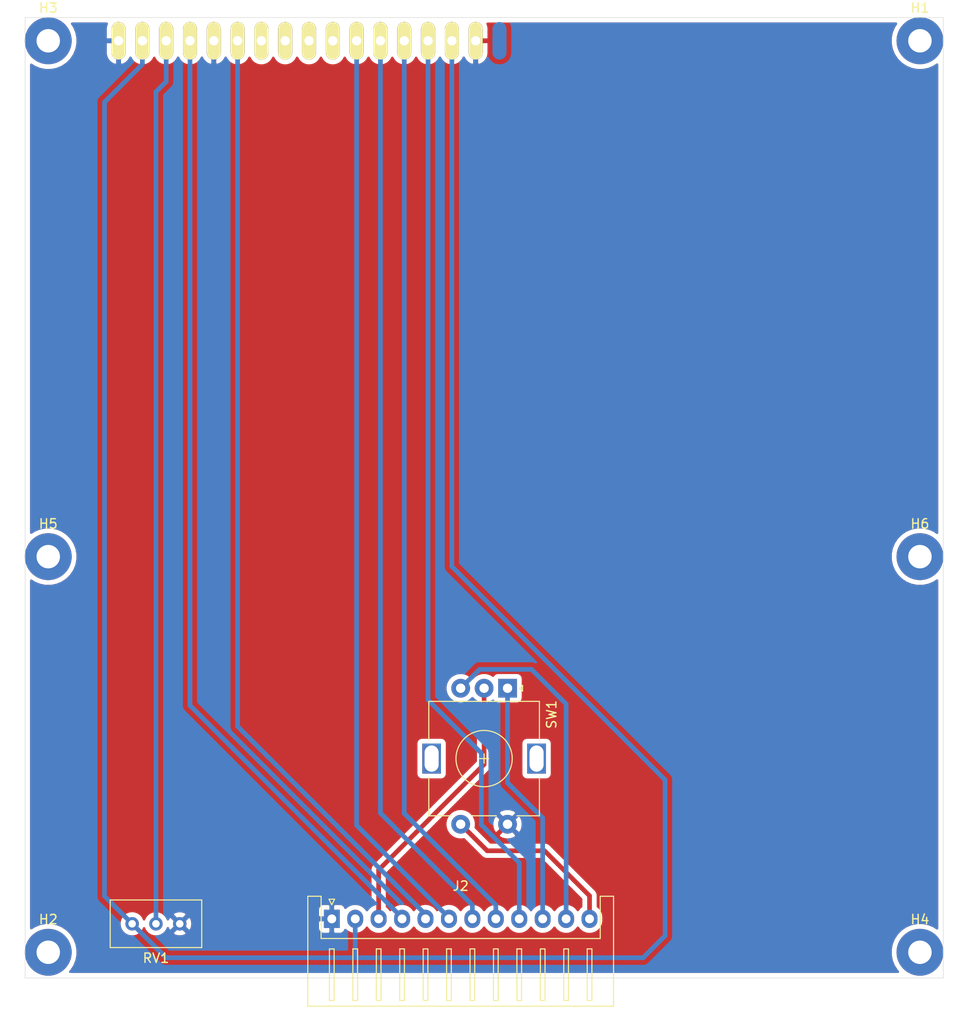
<source format=kicad_pcb>
(kicad_pcb (version 20171130) (host pcbnew "(5.0.0)")

  (general
    (thickness 1.6)
    (drawings 4)
    (tracks 57)
    (zones 0)
    (modules 10)
    (nets 18)
  )

  (page A4)
  (layers
    (0 F.Cu signal)
    (31 B.Cu signal)
    (32 B.Adhes user)
    (33 F.Adhes user)
    (34 B.Paste user)
    (35 F.Paste user)
    (36 B.SilkS user)
    (37 F.SilkS user)
    (38 B.Mask user)
    (39 F.Mask user)
    (40 Dwgs.User user)
    (41 Cmts.User user)
    (42 Eco1.User user)
    (43 Eco2.User user)
    (44 Edge.Cuts user)
    (45 Margin user)
    (46 B.CrtYd user)
    (47 F.CrtYd user)
    (48 B.Fab user)
    (49 F.Fab user)
  )

  (setup
    (last_trace_width 0.25)
    (user_trace_width 0.5)
    (trace_clearance 0.2)
    (zone_clearance 0.508)
    (zone_45_only no)
    (trace_min 0.2)
    (segment_width 0.2)
    (edge_width 0.05)
    (via_size 0.8)
    (via_drill 0.4)
    (via_min_size 0.4)
    (via_min_drill 0.3)
    (uvia_size 0.3)
    (uvia_drill 0.1)
    (uvias_allowed no)
    (uvia_min_size 0.2)
    (uvia_min_drill 0.1)
    (pcb_text_width 0.3)
    (pcb_text_size 1.5 1.5)
    (mod_edge_width 0.12)
    (mod_text_size 1 1)
    (mod_text_width 0.15)
    (pad_size 5 5)
    (pad_drill 2.5)
    (pad_to_mask_clearance 0.051)
    (solder_mask_min_width 0.25)
    (aux_axis_origin 0 0)
    (visible_elements 7FFFFFFF)
    (pcbplotparams
      (layerselection 0x01000_fffffffe)
      (usegerberextensions false)
      (usegerberattributes false)
      (usegerberadvancedattributes false)
      (creategerberjobfile false)
      (excludeedgelayer false)
      (linewidth 0.100000)
      (plotframeref false)
      (viasonmask false)
      (mode 1)
      (useauxorigin false)
      (hpglpennumber 1)
      (hpglpenspeed 20)
      (hpglpendiameter 15.000000)
      (psnegative true)
      (psa4output false)
      (plotreference false)
      (plotvalue false)
      (plotinvisibletext false)
      (padsonsilk true)
      (subtractmaskfromsilk false)
      (outputformat 5)
      (mirror true)
      (drillshape 2)
      (scaleselection 1)
      (outputdirectory ""))
  )

  (net 0 "")
  (net 1 GND)
  (net 2 +5V)
  (net 3 "Net-(J1-Pad3)")
  (net 4 /RS)
  (net 5 /E)
  (net 6 +3V3)
  (net 7 ENC_A)
  (net 8 ENC_B)
  (net 9 /SEL_SP)
  (net 10 /D4)
  (net 11 /D5)
  (net 12 /D6)
  (net 13 /D7)
  (net 14 "Net-(J1-Pad7)")
  (net 15 "Net-(J1-Pad8)")
  (net 16 "Net-(J1-Pad9)")
  (net 17 "Net-(J1-Pad10)")

  (net_class Default "Esta es la clase de red por defecto."
    (clearance 0.2)
    (trace_width 0.25)
    (via_dia 0.8)
    (via_drill 0.4)
    (uvia_dia 0.3)
    (uvia_drill 0.1)
    (add_net +3V3)
    (add_net +5V)
    (add_net /D4)
    (add_net /D5)
    (add_net /D6)
    (add_net /D7)
    (add_net /E)
    (add_net /RS)
    (add_net /SEL_SP)
    (add_net ENC_A)
    (add_net ENC_B)
    (add_net GND)
    (add_net "Net-(J1-Pad10)")
    (add_net "Net-(J1-Pad3)")
    (add_net "Net-(J1-Pad7)")
    (add_net "Net-(J1-Pad8)")
    (add_net "Net-(J1-Pad9)")
  )

  (module Display:LCD-20x04 (layer F.Cu) (tedit 59FAEDFD) (tstamp 5CBA0999)
    (at 111.36 74.7)
    (path /5CBA4014)
    (attr smd)
    (fp_text reference J1 (at 0 0) (layer F.Fab)
      (effects (font (size 0.29972 0.29972) (thickness 0.07493)))
    )
    (fp_text value Conn_01x16 (at 0 -0.49) (layer F.Fab)
      (effects (font (size 0.29972 0.29972) (thickness 0.07493)))
    )
    (fp_circle (center -46.49978 -27.50058) (end -46.49978 -27.47518) (layer F.Fab) (width 0.381))
    (fp_circle (center 46.49978 -27.50058) (end 46.49978 -27.47518) (layer F.Fab) (width 0.381))
    (fp_circle (center 46.49978 27.50058) (end 46.49978 27.52598) (layer F.Fab) (width 0.381))
    (fp_circle (center -46.49978 27.50058) (end -46.47438 27.52598) (layer F.Fab) (width 0.381))
    (fp_line (start -48.99914 -29.99994) (end 48.99914 -29.99994) (layer F.Fab) (width 0.381))
    (fp_line (start 48.99914 -29.99994) (end 48.99914 29.99994) (layer F.Fab) (width 0.381))
    (fp_line (start 48.99914 29.99994) (end -48.99914 29.99994) (layer F.Fab) (width 0.381))
    (fp_line (start -48.99914 29.99994) (end -48.99914 -29.99994) (layer F.Fab) (width 0.381))
    (pad 1 thru_hole oval (at -38.99916 -27.50058) (size 1.50114 4.0005) (drill 1.00076) (layers *.Cu *.Mask F.SilkS)
      (net 1 GND))
    (pad 2 thru_hole oval (at -36.45916 -27.50058) (size 1.50114 4.0005) (drill 1.00076) (layers *.Cu *.Mask F.SilkS)
      (net 2 +5V))
    (pad 3 thru_hole oval (at -33.91916 -27.50058) (size 1.50114 4.0005) (drill 1.00076) (layers *.Cu *.Mask F.SilkS)
      (net 3 "Net-(J1-Pad3)"))
    (pad 4 thru_hole oval (at -31.37916 -27.50058) (size 1.50114 4.0005) (drill 1.00076) (layers *.Cu *.Mask F.SilkS)
      (net 4 /RS))
    (pad 5 thru_hole oval (at -28.83916 -27.50058) (size 1.50114 4.0005) (drill 1.00076) (layers *.Cu *.Mask F.SilkS)
      (net 1 GND))
    (pad 6 thru_hole oval (at -26.29916 -27.50058) (size 1.50114 4.0005) (drill 1.00076) (layers *.Cu *.Mask F.SilkS)
      (net 5 /E))
    (pad 7 thru_hole oval (at -23.75916 -27.50058) (size 1.50114 4.0005) (drill 1.00076) (layers *.Cu *.Mask F.SilkS)
      (net 14 "Net-(J1-Pad7)"))
    (pad 8 thru_hole oval (at -21.21916 -27.50058) (size 1.50114 4.0005) (drill 1.00076) (layers *.Cu *.Mask F.SilkS)
      (net 15 "Net-(J1-Pad8)"))
    (pad 9 thru_hole oval (at -18.67916 -27.50058) (size 1.50114 4.0005) (drill 1.00076) (layers *.Cu *.Mask F.SilkS)
      (net 16 "Net-(J1-Pad9)"))
    (pad 10 thru_hole oval (at -16.13916 -27.50058) (size 1.50114 4.0005) (drill 1.00076) (layers *.Cu *.Mask F.SilkS)
      (net 17 "Net-(J1-Pad10)"))
    (pad 11 thru_hole oval (at -13.59916 -27.50058) (size 1.50114 4.0005) (drill 1.00076) (layers *.Cu *.Mask F.SilkS)
      (net 10 /D4))
    (pad 12 thru_hole oval (at -11.05916 -27.50058) (size 1.50114 4.0005) (drill 1.00076) (layers *.Cu *.Mask F.SilkS)
      (net 11 /D5))
    (pad 13 thru_hole oval (at -8.51916 -27.50058) (size 1.50114 4.0005) (drill 1.00076) (layers *.Cu *.Mask F.SilkS)
      (net 12 /D6))
    (pad 14 thru_hole oval (at -5.97916 -27.50058) (size 1.50114 4.0005) (drill 1.00076) (layers *.Cu *.Mask F.SilkS)
      (net 13 /D7))
    (pad 15 thru_hole oval (at -3.43916 -27.50058) (size 1.50114 4.0005) (drill 1.00076) (layers *.Cu *.Mask F.SilkS)
      (net 2 +5V))
    (pad 16 thru_hole oval (at -0.89916 -27.50058) (size 1.50114 4.0005) (drill 1.00076) (layers *.Cu *.Mask F.SilkS)
      (net 1 GND))
    (pad "" smd oval (at 1.64084 -27.50058) (size 1.50114 4.0005) (layers B.Cu B.Paste B.Mask))
    (model "${KISYS3DMOD}/Display.3dshapes/User Library-LCD2004.STEP"
      (offset (xyz -39 27.5 10.5))
      (scale (xyz 1 1 1))
      (rotate (xyz -90 0 0))
    )
    (model ${KISYS3DMOD}/Connector_PinHeader_2.54mm.3dshapes/PinHeader_1x16_P2.54mm_Vertical.step
      (offset (xyz -1 27.5 10))
      (scale (xyz 1 1 1))
      (rotate (xyz 0 180 90))
    )
    (model ${KISYS3DMOD}/Connector_PinSocket_2.54mm.3dshapes/PinSocket_1x16_P2.54mm_Vertical.step
      (offset (xyz -39 27.5 0))
      (scale (xyz 1 1 1))
      (rotate (xyz 0 0 -90))
    )
  )

  (module Potentiometer_THT:Potentiometer_Bourns_3296W_Vertical (layer F.Cu) (tedit 5A3D4994) (tstamp 5CBA1681)
    (at 73.81 141.345 180)
    (descr "Potentiometer, vertical, Bourns 3296W, https://www.bourns.com/pdfs/3296.pdf")
    (tags "Potentiometer vertical Bourns 3296W")
    (path /5CBA6919)
    (fp_text reference RV1 (at -2.54 -3.66 180) (layer F.SilkS)
      (effects (font (size 1 1) (thickness 0.15)))
    )
    (fp_text value R_POT_TRIM (at -2.54 3.67 180) (layer F.Fab)
      (effects (font (size 1 1) (thickness 0.15)))
    )
    (fp_circle (center 0.955 1.15) (end 2.05 1.15) (layer F.Fab) (width 0.1))
    (fp_line (start -7.305 -2.41) (end -7.305 2.42) (layer F.Fab) (width 0.1))
    (fp_line (start -7.305 2.42) (end 2.225 2.42) (layer F.Fab) (width 0.1))
    (fp_line (start 2.225 2.42) (end 2.225 -2.41) (layer F.Fab) (width 0.1))
    (fp_line (start 2.225 -2.41) (end -7.305 -2.41) (layer F.Fab) (width 0.1))
    (fp_line (start 0.955 2.235) (end 0.956 0.066) (layer F.Fab) (width 0.1))
    (fp_line (start 0.955 2.235) (end 0.956 0.066) (layer F.Fab) (width 0.1))
    (fp_line (start -7.425 -2.53) (end 2.345 -2.53) (layer F.SilkS) (width 0.12))
    (fp_line (start -7.425 2.54) (end 2.345 2.54) (layer F.SilkS) (width 0.12))
    (fp_line (start -7.425 -2.53) (end -7.425 2.54) (layer F.SilkS) (width 0.12))
    (fp_line (start 2.345 -2.53) (end 2.345 2.54) (layer F.SilkS) (width 0.12))
    (fp_line (start -7.6 -2.7) (end -7.6 2.7) (layer F.CrtYd) (width 0.05))
    (fp_line (start -7.6 2.7) (end 2.5 2.7) (layer F.CrtYd) (width 0.05))
    (fp_line (start 2.5 2.7) (end 2.5 -2.7) (layer F.CrtYd) (width 0.05))
    (fp_line (start 2.5 -2.7) (end -7.6 -2.7) (layer F.CrtYd) (width 0.05))
    (fp_text user %R (at -3.175 0.005 180) (layer F.Fab)
      (effects (font (size 1 1) (thickness 0.15)))
    )
    (pad 1 thru_hole circle (at 0 0 180) (size 1.44 1.44) (drill 0.8) (layers *.Cu *.Mask)
      (net 2 +5V))
    (pad 2 thru_hole circle (at -2.54 0 180) (size 1.44 1.44) (drill 0.8) (layers *.Cu *.Mask)
      (net 3 "Net-(J1-Pad3)"))
    (pad 3 thru_hole circle (at -5.08 0 180) (size 1.44 1.44) (drill 0.8) (layers *.Cu *.Mask)
      (net 1 GND))
    (model ${KISYS3DMOD}/Potentiometer_THT.3dshapes/Potentiometer_Bourns_3296W_Vertical.wrl
      (at (xyz 0 0 0))
      (scale (xyz 1 1 1))
      (rotate (xyz 0 0 0))
    )
  )

  (module Rotary_Encoder:RotaryEncoder_Alps_EC11E-Switch_Vertical_H20mm (layer F.Cu) (tedit 5A74C8CB) (tstamp 5CBA16A7)
    (at 113.86 116.23 270)
    (descr "Alps rotary encoder, EC12E... with switch, vertical shaft, http://www.alps.com/prod/info/E/HTML/Encoder/Incremental/EC11/EC11E15204A3.html")
    (tags "rotary encoder")
    (path /5CB9FCD6)
    (fp_text reference SW1 (at 2.8 -4.7 270) (layer F.SilkS)
      (effects (font (size 1 1) (thickness 0.15)))
    )
    (fp_text value Rotary_Encoder_Switch (at 7.5 10.4 270) (layer F.Fab)
      (effects (font (size 1 1) (thickness 0.15)))
    )
    (fp_text user %R (at 11.1 6.3 270) (layer F.Fab)
      (effects (font (size 1 1) (thickness 0.15)))
    )
    (fp_line (start 7 2.5) (end 8 2.5) (layer F.SilkS) (width 0.12))
    (fp_line (start 7.5 2) (end 7.5 3) (layer F.SilkS) (width 0.12))
    (fp_line (start 13.6 6) (end 13.6 8.4) (layer F.SilkS) (width 0.12))
    (fp_line (start 13.6 1.2) (end 13.6 3.8) (layer F.SilkS) (width 0.12))
    (fp_line (start 13.6 -3.4) (end 13.6 -1) (layer F.SilkS) (width 0.12))
    (fp_line (start 4.5 2.5) (end 10.5 2.5) (layer F.Fab) (width 0.12))
    (fp_line (start 7.5 -0.5) (end 7.5 5.5) (layer F.Fab) (width 0.12))
    (fp_line (start 0.3 -1.6) (end 0 -1.3) (layer F.SilkS) (width 0.12))
    (fp_line (start -0.3 -1.6) (end 0.3 -1.6) (layer F.SilkS) (width 0.12))
    (fp_line (start 0 -1.3) (end -0.3 -1.6) (layer F.SilkS) (width 0.12))
    (fp_line (start 1.4 -3.4) (end 1.4 8.4) (layer F.SilkS) (width 0.12))
    (fp_line (start 5.5 -3.4) (end 1.4 -3.4) (layer F.SilkS) (width 0.12))
    (fp_line (start 5.5 8.4) (end 1.4 8.4) (layer F.SilkS) (width 0.12))
    (fp_line (start 13.6 8.4) (end 9.5 8.4) (layer F.SilkS) (width 0.12))
    (fp_line (start 9.5 -3.4) (end 13.6 -3.4) (layer F.SilkS) (width 0.12))
    (fp_line (start 1.5 -2.2) (end 2.5 -3.3) (layer F.Fab) (width 0.12))
    (fp_line (start 1.5 8.3) (end 1.5 -2.2) (layer F.Fab) (width 0.12))
    (fp_line (start 13.5 8.3) (end 1.5 8.3) (layer F.Fab) (width 0.12))
    (fp_line (start 13.5 -3.3) (end 13.5 8.3) (layer F.Fab) (width 0.12))
    (fp_line (start 2.5 -3.3) (end 13.5 -3.3) (layer F.Fab) (width 0.12))
    (fp_line (start -1.5 -4.6) (end 16 -4.6) (layer F.CrtYd) (width 0.05))
    (fp_line (start -1.5 -4.6) (end -1.5 9.6) (layer F.CrtYd) (width 0.05))
    (fp_line (start 16 9.6) (end 16 -4.6) (layer F.CrtYd) (width 0.05))
    (fp_line (start 16 9.6) (end -1.5 9.6) (layer F.CrtYd) (width 0.05))
    (fp_circle (center 7.5 2.5) (end 10.5 2.5) (layer F.SilkS) (width 0.12))
    (fp_circle (center 7.5 2.5) (end 10.5 2.5) (layer F.Fab) (width 0.12))
    (pad S1 thru_hole circle (at 14.5 5 270) (size 2 2) (drill 1) (layers *.Cu *.Mask)
      (net 9 /SEL_SP))
    (pad S2 thru_hole circle (at 14.5 0 270) (size 2 2) (drill 1) (layers *.Cu *.Mask)
      (net 1 GND))
    (pad MP thru_hole rect (at 7.5 8.1 270) (size 3.2 2) (drill oval 2.8 1.5) (layers *.Cu *.Mask))
    (pad MP thru_hole rect (at 7.5 -3.1 270) (size 3.2 2) (drill oval 2.8 1.5) (layers *.Cu *.Mask))
    (pad B thru_hole circle (at 0 5 270) (size 2 2) (drill 1) (layers *.Cu *.Mask)
      (net 8 ENC_B))
    (pad C thru_hole circle (at 0 2.5 270) (size 2 2) (drill 1) (layers *.Cu *.Mask)
      (net 6 +3V3))
    (pad A thru_hole rect (at 0 0 270) (size 2 2) (drill 1) (layers *.Cu *.Mask)
      (net 7 ENC_A))
    (model ${KISYS3DMOD}/Potentiometer_THT.3dshapes/Rotary_Encoder.step
      (offset (xyz 7 -2.75 10))
      (scale (xyz 1 1 1))
      (rotate (xyz 0 0 0))
    )
  )

  (module MountingHole:MountingHole_2.5mm_Pad (layer F.Cu) (tedit 56D1B4CB) (tstamp 5CBA275D)
    (at 157.86 47.2)
    (descr "Mounting Hole 2.5mm")
    (tags "mounting hole 2.5mm")
    (path /5CBA77B6)
    (attr virtual)
    (fp_text reference H1 (at 0 -3.5) (layer F.SilkS)
      (effects (font (size 1 1) (thickness 0.15)))
    )
    (fp_text value MountingHole (at 0 3.5) (layer F.Fab)
      (effects (font (size 1 1) (thickness 0.15)))
    )
    (fp_circle (center 0 0) (end 2.75 0) (layer F.CrtYd) (width 0.05))
    (fp_circle (center 0 0) (end 2.5 0) (layer Cmts.User) (width 0.15))
    (fp_text user %R (at 0.3 0) (layer F.Fab)
      (effects (font (size 1 1) (thickness 0.15)))
    )
    (pad 1 thru_hole circle (at 0 0) (size 5 5) (drill 2.5) (layers *.Cu *.Mask))
  )

  (module MountingHole:MountingHole_2.5mm_Pad (layer F.Cu) (tedit 56D1B4CB) (tstamp 5CBA2765)
    (at 64.86 144.38)
    (descr "Mounting Hole 2.5mm")
    (tags "mounting hole 2.5mm")
    (path /5CBA790A)
    (attr virtual)
    (fp_text reference H2 (at 0 -3.5) (layer F.SilkS)
      (effects (font (size 1 1) (thickness 0.15)))
    )
    (fp_text value MountingHole (at 0 3.5) (layer F.Fab)
      (effects (font (size 1 1) (thickness 0.15)))
    )
    (fp_text user %R (at 0.3 0) (layer F.Fab)
      (effects (font (size 1 1) (thickness 0.15)))
    )
    (fp_circle (center 0 0) (end 2.5 0) (layer Cmts.User) (width 0.15))
    (fp_circle (center 0 0) (end 2.75 0) (layer F.CrtYd) (width 0.05))
    (pad 1 thru_hole circle (at 0 0) (size 5 5) (drill 2.5) (layers *.Cu *.Mask))
  )

  (module MountingHole:MountingHole_2.5mm_Pad (layer F.Cu) (tedit 56D1B4CB) (tstamp 5CBA276D)
    (at 64.86 47.2)
    (descr "Mounting Hole 2.5mm")
    (tags "mounting hole 2.5mm")
    (path /5CBA735A)
    (attr virtual)
    (fp_text reference H3 (at 0 -3.5) (layer F.SilkS)
      (effects (font (size 1 1) (thickness 0.15)))
    )
    (fp_text value MountingHole (at 0 3.5) (layer F.Fab)
      (effects (font (size 1 1) (thickness 0.15)))
    )
    (fp_text user %R (at 0.3 0) (layer F.Fab)
      (effects (font (size 1 1) (thickness 0.15)))
    )
    (fp_circle (center 0 0) (end 2.5 0) (layer Cmts.User) (width 0.15))
    (fp_circle (center 0 0) (end 2.75 0) (layer F.CrtYd) (width 0.05))
    (pad 1 thru_hole circle (at 0 0) (size 5 5) (drill 2.5) (layers *.Cu *.Mask))
  )

  (module MountingHole:MountingHole_2.5mm_Pad (layer F.Cu) (tedit 56D1B4CB) (tstamp 5CBA2775)
    (at 157.86 144.38)
    (descr "Mounting Hole 2.5mm")
    (tags "mounting hole 2.5mm")
    (path /5CBA79E7)
    (attr virtual)
    (fp_text reference H4 (at 0 -3.5) (layer F.SilkS)
      (effects (font (size 1 1) (thickness 0.15)))
    )
    (fp_text value MountingHole (at 0 3.5) (layer F.Fab)
      (effects (font (size 1 1) (thickness 0.15)))
    )
    (fp_circle (center 0 0) (end 2.75 0) (layer F.CrtYd) (width 0.05))
    (fp_circle (center 0 0) (end 2.5 0) (layer Cmts.User) (width 0.15))
    (fp_text user %R (at 0.3 0) (layer F.Fab)
      (effects (font (size 1 1) (thickness 0.15)))
    )
    (pad 1 thru_hole circle (at 0 0) (size 5 5) (drill 2.5) (layers *.Cu *.Mask))
  )

  (module MountingHole:MountingHole_2.5mm_Pad (layer F.Cu) (tedit 56D1B4CB) (tstamp 5CBA2D64)
    (at 64.86 102.2)
    (descr "Mounting Hole 2.5mm")
    (tags "mounting hole 2.5mm")
    (path /5CBB20E0)
    (attr virtual)
    (fp_text reference H5 (at 0 -3.5) (layer F.SilkS)
      (effects (font (size 1 1) (thickness 0.15)))
    )
    (fp_text value MountingHole (at 0 3.5) (layer F.Fab)
      (effects (font (size 1 1) (thickness 0.15)))
    )
    (fp_text user %R (at 0.3 0) (layer F.Fab)
      (effects (font (size 1 1) (thickness 0.15)))
    )
    (fp_circle (center 0 0) (end 2.5 0) (layer Cmts.User) (width 0.15))
    (fp_circle (center 0 0) (end 2.75 0) (layer F.CrtYd) (width 0.05))
    (pad 1 thru_hole circle (at 0 0) (size 5 5) (drill 2.5) (layers *.Cu *.Mask))
  )

  (module MountingHole:MountingHole_2.5mm_Pad (layer F.Cu) (tedit 56D1B4CB) (tstamp 5CBA2D79)
    (at 157.86 102.2)
    (descr "Mounting Hole 2.5mm")
    (tags "mounting hole 2.5mm")
    (path /5CBB20E6)
    (attr virtual)
    (fp_text reference H6 (at 0 -3.5) (layer F.SilkS)
      (effects (font (size 1 1) (thickness 0.15)))
    )
    (fp_text value MountingHole (at 0 3.5) (layer F.Fab)
      (effects (font (size 1 1) (thickness 0.15)))
    )
    (fp_circle (center 0 0) (end 2.75 0) (layer F.CrtYd) (width 0.05))
    (fp_circle (center 0 0) (end 2.5 0) (layer Cmts.User) (width 0.15))
    (fp_text user %R (at 0.3 0) (layer F.Fab)
      (effects (font (size 1 1) (thickness 0.15)))
    )
    (pad 1 thru_hole circle (at 0 0) (size 5 5) (drill 2.5) (layers *.Cu *.Mask))
  )

  (module Connector_JST:JST_XH_S12B-XH-A_1x12_P2.50mm_Horizontal (layer F.Cu) (tedit 5A0F0EAA) (tstamp 5CC534C6)
    (at 95.11 140.82)
    (descr "JST XH series connector, S12B-XH-A (http://www.jst-mfg.com/product/pdf/eng/eXH.pdf), generated with kicad-footprint-generator")
    (tags "connector JST XH top entry")
    (path /5CBAED01)
    (fp_text reference J2 (at 13.75 -3.5) (layer F.SilkS)
      (effects (font (size 1 1) (thickness 0.15)))
    )
    (fp_text value Conn_01x12_Male (at 13.75 10.4) (layer F.Fab)
      (effects (font (size 1 1) (thickness 0.15)))
    )
    (fp_line (start -2.95 -2.8) (end -2.95 9.7) (layer F.CrtYd) (width 0.05))
    (fp_line (start -2.95 9.7) (end 30.45 9.7) (layer F.CrtYd) (width 0.05))
    (fp_line (start 30.45 9.7) (end 30.45 -2.8) (layer F.CrtYd) (width 0.05))
    (fp_line (start 30.45 -2.8) (end -2.95 -2.8) (layer F.CrtYd) (width 0.05))
    (fp_line (start 13.75 9.31) (end -2.56 9.31) (layer F.SilkS) (width 0.12))
    (fp_line (start -2.56 9.31) (end -2.56 -2.41) (layer F.SilkS) (width 0.12))
    (fp_line (start -2.56 -2.41) (end -1.14 -2.41) (layer F.SilkS) (width 0.12))
    (fp_line (start -1.14 -2.41) (end -1.14 2.09) (layer F.SilkS) (width 0.12))
    (fp_line (start -1.14 2.09) (end 13.75 2.09) (layer F.SilkS) (width 0.12))
    (fp_line (start 13.75 9.31) (end 30.06 9.31) (layer F.SilkS) (width 0.12))
    (fp_line (start 30.06 9.31) (end 30.06 -2.41) (layer F.SilkS) (width 0.12))
    (fp_line (start 30.06 -2.41) (end 28.64 -2.41) (layer F.SilkS) (width 0.12))
    (fp_line (start 28.64 -2.41) (end 28.64 2.09) (layer F.SilkS) (width 0.12))
    (fp_line (start 28.64 2.09) (end 13.75 2.09) (layer F.SilkS) (width 0.12))
    (fp_line (start 13.75 9.2) (end -2.45 9.2) (layer F.Fab) (width 0.1))
    (fp_line (start -2.45 9.2) (end -2.45 -2.3) (layer F.Fab) (width 0.1))
    (fp_line (start -2.45 -2.3) (end -1.25 -2.3) (layer F.Fab) (width 0.1))
    (fp_line (start -1.25 -2.3) (end -1.25 2.2) (layer F.Fab) (width 0.1))
    (fp_line (start -1.25 2.2) (end 13.75 2.2) (layer F.Fab) (width 0.1))
    (fp_line (start 13.75 9.2) (end 29.95 9.2) (layer F.Fab) (width 0.1))
    (fp_line (start 29.95 9.2) (end 29.95 -2.3) (layer F.Fab) (width 0.1))
    (fp_line (start 29.95 -2.3) (end 28.75 -2.3) (layer F.Fab) (width 0.1))
    (fp_line (start 28.75 -2.3) (end 28.75 2.2) (layer F.Fab) (width 0.1))
    (fp_line (start 28.75 2.2) (end 13.75 2.2) (layer F.Fab) (width 0.1))
    (fp_line (start -0.25 3.2) (end -0.25 8.7) (layer F.SilkS) (width 0.12))
    (fp_line (start -0.25 8.7) (end 0.25 8.7) (layer F.SilkS) (width 0.12))
    (fp_line (start 0.25 8.7) (end 0.25 3.2) (layer F.SilkS) (width 0.12))
    (fp_line (start 0.25 3.2) (end -0.25 3.2) (layer F.SilkS) (width 0.12))
    (fp_line (start 2.25 3.2) (end 2.25 8.7) (layer F.SilkS) (width 0.12))
    (fp_line (start 2.25 8.7) (end 2.75 8.7) (layer F.SilkS) (width 0.12))
    (fp_line (start 2.75 8.7) (end 2.75 3.2) (layer F.SilkS) (width 0.12))
    (fp_line (start 2.75 3.2) (end 2.25 3.2) (layer F.SilkS) (width 0.12))
    (fp_line (start 4.75 3.2) (end 4.75 8.7) (layer F.SilkS) (width 0.12))
    (fp_line (start 4.75 8.7) (end 5.25 8.7) (layer F.SilkS) (width 0.12))
    (fp_line (start 5.25 8.7) (end 5.25 3.2) (layer F.SilkS) (width 0.12))
    (fp_line (start 5.25 3.2) (end 4.75 3.2) (layer F.SilkS) (width 0.12))
    (fp_line (start 7.25 3.2) (end 7.25 8.7) (layer F.SilkS) (width 0.12))
    (fp_line (start 7.25 8.7) (end 7.75 8.7) (layer F.SilkS) (width 0.12))
    (fp_line (start 7.75 8.7) (end 7.75 3.2) (layer F.SilkS) (width 0.12))
    (fp_line (start 7.75 3.2) (end 7.25 3.2) (layer F.SilkS) (width 0.12))
    (fp_line (start 9.75 3.2) (end 9.75 8.7) (layer F.SilkS) (width 0.12))
    (fp_line (start 9.75 8.7) (end 10.25 8.7) (layer F.SilkS) (width 0.12))
    (fp_line (start 10.25 8.7) (end 10.25 3.2) (layer F.SilkS) (width 0.12))
    (fp_line (start 10.25 3.2) (end 9.75 3.2) (layer F.SilkS) (width 0.12))
    (fp_line (start 12.25 3.2) (end 12.25 8.7) (layer F.SilkS) (width 0.12))
    (fp_line (start 12.25 8.7) (end 12.75 8.7) (layer F.SilkS) (width 0.12))
    (fp_line (start 12.75 8.7) (end 12.75 3.2) (layer F.SilkS) (width 0.12))
    (fp_line (start 12.75 3.2) (end 12.25 3.2) (layer F.SilkS) (width 0.12))
    (fp_line (start 14.75 3.2) (end 14.75 8.7) (layer F.SilkS) (width 0.12))
    (fp_line (start 14.75 8.7) (end 15.25 8.7) (layer F.SilkS) (width 0.12))
    (fp_line (start 15.25 8.7) (end 15.25 3.2) (layer F.SilkS) (width 0.12))
    (fp_line (start 15.25 3.2) (end 14.75 3.2) (layer F.SilkS) (width 0.12))
    (fp_line (start 17.25 3.2) (end 17.25 8.7) (layer F.SilkS) (width 0.12))
    (fp_line (start 17.25 8.7) (end 17.75 8.7) (layer F.SilkS) (width 0.12))
    (fp_line (start 17.75 8.7) (end 17.75 3.2) (layer F.SilkS) (width 0.12))
    (fp_line (start 17.75 3.2) (end 17.25 3.2) (layer F.SilkS) (width 0.12))
    (fp_line (start 19.75 3.2) (end 19.75 8.7) (layer F.SilkS) (width 0.12))
    (fp_line (start 19.75 8.7) (end 20.25 8.7) (layer F.SilkS) (width 0.12))
    (fp_line (start 20.25 8.7) (end 20.25 3.2) (layer F.SilkS) (width 0.12))
    (fp_line (start 20.25 3.2) (end 19.75 3.2) (layer F.SilkS) (width 0.12))
    (fp_line (start 22.25 3.2) (end 22.25 8.7) (layer F.SilkS) (width 0.12))
    (fp_line (start 22.25 8.7) (end 22.75 8.7) (layer F.SilkS) (width 0.12))
    (fp_line (start 22.75 8.7) (end 22.75 3.2) (layer F.SilkS) (width 0.12))
    (fp_line (start 22.75 3.2) (end 22.25 3.2) (layer F.SilkS) (width 0.12))
    (fp_line (start 24.75 3.2) (end 24.75 8.7) (layer F.SilkS) (width 0.12))
    (fp_line (start 24.75 8.7) (end 25.25 8.7) (layer F.SilkS) (width 0.12))
    (fp_line (start 25.25 8.7) (end 25.25 3.2) (layer F.SilkS) (width 0.12))
    (fp_line (start 25.25 3.2) (end 24.75 3.2) (layer F.SilkS) (width 0.12))
    (fp_line (start 27.25 3.2) (end 27.25 8.7) (layer F.SilkS) (width 0.12))
    (fp_line (start 27.25 8.7) (end 27.75 8.7) (layer F.SilkS) (width 0.12))
    (fp_line (start 27.75 8.7) (end 27.75 3.2) (layer F.SilkS) (width 0.12))
    (fp_line (start 27.75 3.2) (end 27.25 3.2) (layer F.SilkS) (width 0.12))
    (fp_line (start 0 -1.5) (end -0.3 -2.1) (layer F.SilkS) (width 0.12))
    (fp_line (start -0.3 -2.1) (end 0.3 -2.1) (layer F.SilkS) (width 0.12))
    (fp_line (start 0.3 -2.1) (end 0 -1.5) (layer F.SilkS) (width 0.12))
    (fp_line (start -0.625 2.2) (end 0 1.2) (layer F.Fab) (width 0.1))
    (fp_line (start 0 1.2) (end 0.625 2.2) (layer F.Fab) (width 0.1))
    (fp_text user %R (at 13.75 3.45) (layer F.Fab)
      (effects (font (size 1 1) (thickness 0.15)))
    )
    (pad 1 thru_hole rect (at 0 0) (size 1.7 1.95) (drill 0.95) (layers *.Cu *.Mask)
      (net 1 GND))
    (pad 2 thru_hole oval (at 2.5 0) (size 1.7 1.95) (drill 0.95) (layers *.Cu *.Mask)
      (net 2 +5V))
    (pad 3 thru_hole oval (at 5 0) (size 1.7 1.95) (drill 0.95) (layers *.Cu *.Mask)
      (net 6 +3V3))
    (pad 4 thru_hole oval (at 7.5 0) (size 1.7 1.95) (drill 0.95) (layers *.Cu *.Mask)
      (net 4 /RS))
    (pad 5 thru_hole oval (at 10 0) (size 1.7 1.95) (drill 0.95) (layers *.Cu *.Mask)
      (net 5 /E))
    (pad 6 thru_hole oval (at 12.5 0) (size 1.7 1.95) (drill 0.95) (layers *.Cu *.Mask)
      (net 10 /D4))
    (pad 7 thru_hole oval (at 15 0) (size 1.7 1.95) (drill 0.95) (layers *.Cu *.Mask)
      (net 11 /D5))
    (pad 8 thru_hole oval (at 17.5 0) (size 1.7 1.95) (drill 0.95) (layers *.Cu *.Mask)
      (net 12 /D6))
    (pad 9 thru_hole oval (at 20 0) (size 1.7 1.95) (drill 0.95) (layers *.Cu *.Mask)
      (net 13 /D7))
    (pad 10 thru_hole oval (at 22.5 0) (size 1.7 1.95) (drill 0.95) (layers *.Cu *.Mask)
      (net 7 ENC_A))
    (pad 11 thru_hole oval (at 25 0) (size 1.7 1.95) (drill 0.95) (layers *.Cu *.Mask)
      (net 8 ENC_B))
    (pad 12 thru_hole oval (at 27.5 0) (size 1.7 1.95) (drill 0.95) (layers *.Cu *.Mask)
      (net 9 /SEL_SP))
    (model ${KISYS3DMOD}/Connector_JST.3dshapes/JST_XH_S12B-XH-A_1x12_P2.50mm_Horizontal.wrl
      (at (xyz 0 0 0))
      (scale (xyz 1 1 1))
      (rotate (xyz 0 0 0))
    )
  )

  (gr_line (start 160.35 44.72) (end 160.35 147.12) (layer Edge.Cuts) (width 0.05) (tstamp 5CBA233A))
  (gr_line (start 62.39 147.12) (end 160.35 147.12) (layer Edge.Cuts) (width 0.05) (tstamp 5CBA2337))
  (gr_line (start 62.39 44.72) (end 62.39 147.12) (layer Edge.Cuts) (width 0.05))
  (gr_line (start 62.39 44.72) (end 160.35 44.72) (layer Edge.Cuts) (width 0.05))

  (segment (start 97.61 140.945) (end 97.61 140.82) (width 0.5) (layer B.Cu) (net 2))
  (segment (start 107.92084 103.25084) (end 107.92084 47.19942) (width 0.5) (layer B.Cu) (net 2))
  (segment (start 130.67 126) (end 107.92084 103.25084) (width 0.5) (layer B.Cu) (net 2))
  (segment (start 130.67 142.62) (end 130.67 126) (width 0.5) (layer B.Cu) (net 2))
  (segment (start 128.33 144.96) (end 130.67 142.62) (width 0.5) (layer B.Cu) (net 2))
  (segment (start 73.81 141.345) (end 77.425 144.96) (width 0.5) (layer B.Cu) (net 2))
  (segment (start 97.61 140.82) (end 97.61 144.96) (width 0.5) (layer B.Cu) (net 2))
  (segment (start 77.425 144.96) (end 97.61 144.96) (width 0.5) (layer B.Cu) (net 2))
  (segment (start 97.61 144.96) (end 128.33 144.96) (width 0.5) (layer B.Cu) (net 2))
  (segment (start 70.86 138.395) (end 73.81 141.345) (width 0.5) (layer B.Cu) (net 2))
  (segment (start 70.86 53.74051) (end 70.86 138.395) (width 0.5) (layer B.Cu) (net 2))
  (segment (start 74.90084 47.19942) (end 74.90084 49.69967) (width 0.5) (layer B.Cu) (net 2))
  (segment (start 74.90084 49.69967) (end 70.86 53.74051) (width 0.5) (layer B.Cu) (net 2))
  (segment (start 76.35 141.345) (end 76.35 52.64) (width 0.5) (layer B.Cu) (net 3))
  (segment (start 77.44084 51.54916) (end 77.44084 47.19942) (width 0.5) (layer B.Cu) (net 3))
  (segment (start 76.35 52.64) (end 77.44084 51.54916) (width 0.5) (layer B.Cu) (net 3))
  (segment (start 79.98084 49.69967) (end 79.98084 47.19942) (width 0.5) (layer B.Cu) (net 4))
  (segment (start 79.98084 118.06584) (end 79.98084 49.69967) (width 0.5) (layer B.Cu) (net 4))
  (segment (start 102.61 140.82) (end 102.61 140.695) (width 0.5) (layer B.Cu) (net 4))
  (segment (start 102.61 140.695) (end 79.98084 118.06584) (width 0.5) (layer B.Cu) (net 4))
  (segment (start 105.11 140.82) (end 105.11 140.945) (width 0.5) (layer B.Cu) (net 5))
  (segment (start 85.06084 49.69967) (end 85.06084 47.19942) (width 0.5) (layer B.Cu) (net 5))
  (segment (start 85.06084 120.30084) (end 85.06084 49.69967) (width 0.5) (layer B.Cu) (net 5))
  (segment (start 105.11 140.82) (end 105.11 140.35) (width 0.5) (layer B.Cu) (net 5))
  (segment (start 105.11 140.35) (end 85.06084 120.30084) (width 0.5) (layer B.Cu) (net 5))
  (segment (start 100.11 140.82) (end 100.11 135.6) (width 0.5) (layer F.Cu) (net 6))
  (segment (start 111.36 124.35) (end 111.36 116.23) (width 0.5) (layer F.Cu) (net 6))
  (segment (start 100.11 135.6) (end 111.36 124.35) (width 0.5) (layer F.Cu) (net 6))
  (segment (start 117.61 140.82) (end 117.61 140.695) (width 0.5) (layer F.Cu) (net 7))
  (segment (start 117.61 140.82) (end 117.61 130.06) (width 0.5) (layer B.Cu) (net 7))
  (segment (start 113.86 126.31) (end 113.86 116.23) (width 0.5) (layer B.Cu) (net 7))
  (segment (start 117.61 130.06) (end 113.86 126.31) (width 0.5) (layer B.Cu) (net 7))
  (segment (start 120.11 140.82) (end 120.11 117.91) (width 0.5) (layer B.Cu) (net 8))
  (segment (start 120.11 117.91) (end 116.42 114.22) (width 0.5) (layer B.Cu) (net 8))
  (segment (start 110.87 114.22) (end 108.86 116.23) (width 0.5) (layer B.Cu) (net 8))
  (segment (start 116.42 114.22) (end 110.87 114.22) (width 0.5) (layer B.Cu) (net 8))
  (segment (start 122.61 140.82) (end 122.61 138.36) (width 0.5) (layer F.Cu) (net 9))
  (segment (start 122.61 138.36) (end 117.81 133.56) (width 0.5) (layer F.Cu) (net 9))
  (segment (start 111.69 133.56) (end 108.86 130.73) (width 0.5) (layer F.Cu) (net 9))
  (segment (start 117.81 133.56) (end 111.69 133.56) (width 0.5) (layer F.Cu) (net 9))
  (segment (start 97.76084 49.69967) (end 97.76084 47.19942) (width 0.5) (layer B.Cu) (net 10))
  (segment (start 97.76084 130.84584) (end 97.76084 49.69967) (width 0.5) (layer B.Cu) (net 10))
  (segment (start 107.61 140.695) (end 97.76084 130.84584) (width 0.5) (layer B.Cu) (net 10))
  (segment (start 107.61 140.82) (end 107.61 140.695) (width 0.5) (layer B.Cu) (net 10))
  (segment (start 100.30084 49.69967) (end 100.30084 47.19942) (width 0.5) (layer B.Cu) (net 11))
  (segment (start 100.30084 129.53584) (end 100.30084 49.69967) (width 0.5) (layer B.Cu) (net 11))
  (segment (start 110.11 139.345) (end 100.30084 129.53584) (width 0.5) (layer B.Cu) (net 11))
  (segment (start 110.11 140.82) (end 110.11 139.345) (width 0.5) (layer B.Cu) (net 11))
  (segment (start 102.84084 49.69967) (end 102.84084 47.19942) (width 0.5) (layer B.Cu) (net 12))
  (segment (start 102.84084 129.57584) (end 102.84084 49.69967) (width 0.5) (layer B.Cu) (net 12))
  (segment (start 112.61 139.345) (end 102.84084 129.57584) (width 0.5) (layer B.Cu) (net 12))
  (segment (start 112.61 140.82) (end 112.61 139.345) (width 0.5) (layer B.Cu) (net 12))
  (segment (start 115.11 134.833998) (end 111.07 130.793998) (width 0.5) (layer B.Cu) (net 13))
  (segment (start 115.11 140.82) (end 115.11 134.833998) (width 0.5) (layer B.Cu) (net 13))
  (segment (start 111.07 130.793998) (end 111.07 123.16) (width 0.5) (layer B.Cu) (net 13))
  (segment (start 105.38084 117.47084) (end 105.38084 47.19942) (width 0.5) (layer B.Cu) (net 13))
  (segment (start 111.07 123.16) (end 105.38084 117.47084) (width 0.5) (layer B.Cu) (net 13))

  (zone (net 1) (net_name GND) (layer B.Cu) (tstamp 5CBFF6EC) (hatch edge 0.508)
    (connect_pads (clearance 0.508))
    (min_thickness 0.254)
    (fill yes (arc_segments 32) (thermal_gap 0.508) (thermal_bridge_width 0.508))
    (polygon
      (pts
        (xy 62.39 44.72) (xy 160.35 44.72) (xy 160.35 147.12) (xy 62.39 147.12)
      )
    )
    (filled_polygon
      (pts
        (xy 71.02667 45.554869) (xy 70.97527 45.82274) (xy 70.97527 47.07242) (xy 72.23384 47.07242) (xy 72.23384 47.05242)
        (xy 72.48784 47.05242) (xy 72.48784 47.07242) (xy 72.50784 47.07242) (xy 72.50784 47.32642) (xy 72.48784 47.32642)
        (xy 72.48784 49.669329) (xy 72.702115 49.791983) (xy 72.773742 49.7778) (xy 73.025025 49.671716) (xy 73.250783 49.518648)
        (xy 73.442342 49.324478) (xy 73.592339 49.096667) (xy 73.628422 49.007858) (xy 73.743207 49.222606) (xy 73.9159 49.433031)
        (xy 70.264956 53.083976) (xy 70.231183 53.111693) (xy 70.120589 53.246452) (xy 70.038411 53.400198) (xy 69.987805 53.567021)
        (xy 69.975 53.697034) (xy 69.975 53.697041) (xy 69.970719 53.74051) (xy 69.975 53.783979) (xy 69.975001 138.351521)
        (xy 69.970719 138.395) (xy 69.987805 138.56849) (xy 70.038412 138.735313) (xy 70.12059 138.889059) (xy 70.203468 138.990046)
        (xy 70.203471 138.990049) (xy 70.231184 139.023817) (xy 70.264951 139.051529) (xy 72.455 141.241579) (xy 72.455 141.478456)
        (xy 72.507072 141.740239) (xy 72.609215 141.986833) (xy 72.757503 142.208762) (xy 72.946238 142.397497) (xy 73.168167 142.545785)
        (xy 73.414761 142.647928) (xy 73.676544 142.7) (xy 73.913422 142.7) (xy 76.76847 145.555049) (xy 76.796183 145.588817)
        (xy 76.829951 145.61653) (xy 76.829953 145.616532) (xy 76.901452 145.67521) (xy 76.930941 145.699411) (xy 77.084687 145.781589)
        (xy 77.25151 145.832195) (xy 77.381523 145.845) (xy 77.381533 145.845) (xy 77.424999 145.849281) (xy 77.468466 145.845)
        (xy 97.566524 145.845) (xy 97.61 145.849282) (xy 97.653477 145.845) (xy 128.286531 145.845) (xy 128.33 145.849281)
        (xy 128.373469 145.845) (xy 128.373477 145.845) (xy 128.50349 145.832195) (xy 128.670313 145.781589) (xy 128.824059 145.699411)
        (xy 128.958817 145.588817) (xy 128.986534 145.555044) (xy 131.26505 143.276529) (xy 131.298817 143.248817) (xy 131.409411 143.114059)
        (xy 131.491589 142.960313) (xy 131.542195 142.79349) (xy 131.555 142.663477) (xy 131.555 142.663469) (xy 131.559281 142.62)
        (xy 131.555 142.576531) (xy 131.555 126.043469) (xy 131.559281 126) (xy 131.555 125.956531) (xy 131.555 125.956523)
        (xy 131.542195 125.82651) (xy 131.491589 125.659687) (xy 131.491589 125.659686) (xy 131.409411 125.505941) (xy 131.326532 125.404953)
        (xy 131.32653 125.404951) (xy 131.298817 125.371183) (xy 131.265049 125.34347) (xy 108.80584 102.884262) (xy 108.80584 49.515233)
        (xy 108.905326 49.433586) (xy 109.078474 49.222606) (xy 109.193258 49.007859) (xy 109.229341 49.096667) (xy 109.379338 49.324478)
        (xy 109.570897 49.518648) (xy 109.796655 49.671716) (xy 110.047938 49.7778) (xy 110.119565 49.791983) (xy 110.33384 49.669329)
        (xy 110.33384 47.32642) (xy 110.31384 47.32642) (xy 110.31384 47.07242) (xy 110.33384 47.07242) (xy 110.33384 47.05242)
        (xy 110.58784 47.05242) (xy 110.58784 47.07242) (xy 110.60784 47.07242) (xy 110.60784 47.32642) (xy 110.58784 47.32642)
        (xy 110.58784 49.669329) (xy 110.802115 49.791983) (xy 110.873742 49.7778) (xy 111.125025 49.671716) (xy 111.350783 49.518648)
        (xy 111.542342 49.324478) (xy 111.692339 49.096667) (xy 111.728422 49.007858) (xy 111.843207 49.222606) (xy 112.016355 49.433586)
        (xy 112.227335 49.606734) (xy 112.468041 49.735393) (xy 112.729222 49.814622) (xy 113.00084 49.841374) (xy 113.272459 49.814622)
        (xy 113.53364 49.735393) (xy 113.774346 49.606734) (xy 113.985326 49.433586) (xy 114.158474 49.222606) (xy 114.287133 48.9819)
        (xy 114.366362 48.720719) (xy 114.38641 48.517167) (xy 114.38641 45.881673) (xy 114.366362 45.678121) (xy 114.287133 45.41694)
        (xy 114.267388 45.38) (xy 155.305652 45.38) (xy 155.081799 45.715021) (xy 154.845476 46.285554) (xy 154.725 46.891229)
        (xy 154.725 47.508771) (xy 154.845476 48.114446) (xy 155.081799 48.684979) (xy 155.424886 49.198446) (xy 155.861554 49.635114)
        (xy 156.375021 49.978201) (xy 156.945554 50.214524) (xy 157.551229 50.335) (xy 158.168771 50.335) (xy 158.774446 50.214524)
        (xy 159.344979 49.978201) (xy 159.69 49.747666) (xy 159.690001 99.652335) (xy 159.344979 99.421799) (xy 158.774446 99.185476)
        (xy 158.168771 99.065) (xy 157.551229 99.065) (xy 156.945554 99.185476) (xy 156.375021 99.421799) (xy 155.861554 99.764886)
        (xy 155.424886 100.201554) (xy 155.081799 100.715021) (xy 154.845476 101.285554) (xy 154.725 101.891229) (xy 154.725 102.508771)
        (xy 154.845476 103.114446) (xy 155.081799 103.684979) (xy 155.424886 104.198446) (xy 155.861554 104.635114) (xy 156.375021 104.978201)
        (xy 156.945554 105.214524) (xy 157.551229 105.335) (xy 158.168771 105.335) (xy 158.774446 105.214524) (xy 159.344979 104.978201)
        (xy 159.690001 104.747665) (xy 159.690001 141.832335) (xy 159.344979 141.601799) (xy 158.774446 141.365476) (xy 158.168771 141.245)
        (xy 157.551229 141.245) (xy 156.945554 141.365476) (xy 156.375021 141.601799) (xy 155.861554 141.944886) (xy 155.424886 142.381554)
        (xy 155.081799 142.895021) (xy 154.845476 143.465554) (xy 154.725 144.071229) (xy 154.725 144.688771) (xy 154.845476 145.294446)
        (xy 155.081799 145.864979) (xy 155.424886 146.378446) (xy 155.50644 146.46) (xy 67.21356 146.46) (xy 67.295114 146.378446)
        (xy 67.638201 145.864979) (xy 67.874524 145.294446) (xy 67.995 144.688771) (xy 67.995 144.071229) (xy 67.874524 143.465554)
        (xy 67.638201 142.895021) (xy 67.295114 142.381554) (xy 66.858446 141.944886) (xy 66.344979 141.601799) (xy 65.774446 141.365476)
        (xy 65.168771 141.245) (xy 64.551229 141.245) (xy 63.945554 141.365476) (xy 63.375021 141.601799) (xy 63.05 141.818971)
        (xy 63.05 104.761029) (xy 63.375021 104.978201) (xy 63.945554 105.214524) (xy 64.551229 105.335) (xy 65.168771 105.335)
        (xy 65.774446 105.214524) (xy 66.344979 104.978201) (xy 66.858446 104.635114) (xy 67.295114 104.198446) (xy 67.638201 103.684979)
        (xy 67.874524 103.114446) (xy 67.995 102.508771) (xy 67.995 101.891229) (xy 67.874524 101.285554) (xy 67.638201 100.715021)
        (xy 67.295114 100.201554) (xy 66.858446 99.764886) (xy 66.344979 99.421799) (xy 65.774446 99.185476) (xy 65.168771 99.065)
        (xy 64.551229 99.065) (xy 63.945554 99.185476) (xy 63.375021 99.421799) (xy 63.05 99.638971) (xy 63.05 49.761029)
        (xy 63.375021 49.978201) (xy 63.945554 50.214524) (xy 64.551229 50.335) (xy 65.168771 50.335) (xy 65.774446 50.214524)
        (xy 66.344979 49.978201) (xy 66.858446 49.635114) (xy 67.295114 49.198446) (xy 67.638201 48.684979) (xy 67.874524 48.114446)
        (xy 67.995 47.508771) (xy 67.995 47.32642) (xy 70.97527 47.32642) (xy 70.97527 48.5761) (xy 71.02667 48.843971)
        (xy 71.129341 49.096667) (xy 71.279338 49.324478) (xy 71.470897 49.518648) (xy 71.696655 49.671716) (xy 71.947938 49.7778)
        (xy 72.019565 49.791983) (xy 72.23384 49.669329) (xy 72.23384 47.32642) (xy 70.97527 47.32642) (xy 67.995 47.32642)
        (xy 67.995 46.891229) (xy 67.874524 46.285554) (xy 67.638201 45.715021) (xy 67.414348 45.38) (xy 71.09772 45.38)
      )
    )
    (filled_polygon
      (pts
        (xy 78.823207 49.222606) (xy 78.996355 49.433586) (xy 79.09584 49.515232) (xy 79.09584 49.743146) (xy 79.095841 49.743156)
        (xy 79.09584 118.022371) (xy 79.091559 118.06584) (xy 79.09584 118.109309) (xy 79.09584 118.109316) (xy 79.108645 118.239329)
        (xy 79.159251 118.406152) (xy 79.241429 118.559898) (xy 79.352023 118.694657) (xy 79.385796 118.722374) (xy 99.888092 139.224671)
        (xy 99.818889 139.231487) (xy 99.538966 139.316401) (xy 99.280986 139.454294) (xy 99.054866 139.639866) (xy 98.869294 139.865987)
        (xy 98.86 139.883374) (xy 98.850706 139.865986) (xy 98.665134 139.639866) (xy 98.439013 139.454294) (xy 98.181033 139.316401)
        (xy 97.90111 139.231487) (xy 97.61 139.202815) (xy 97.318889 139.231487) (xy 97.038966 139.316401) (xy 96.780986 139.454294)
        (xy 96.560451 139.635282) (xy 96.52273 139.544215) (xy 96.453237 139.440211) (xy 96.364789 139.351763) (xy 96.260785 139.28227)
        (xy 96.145223 139.234403) (xy 96.022542 139.21) (xy 95.39575 139.21) (xy 95.237 139.36875) (xy 95.237 140.693)
        (xy 95.257 140.693) (xy 95.257 140.947) (xy 95.237 140.947) (xy 95.237 142.27125) (xy 95.39575 142.43)
        (xy 96.022542 142.43) (xy 96.145223 142.405597) (xy 96.260785 142.35773) (xy 96.364789 142.288237) (xy 96.453237 142.199789)
        (xy 96.52273 142.095785) (xy 96.560451 142.004718) (xy 96.725 142.139759) (xy 96.725001 144.075) (xy 77.791579 144.075)
        (xy 76.416579 142.7) (xy 76.483456 142.7) (xy 76.745239 142.647928) (xy 76.991833 142.545785) (xy 77.213762 142.397497)
        (xy 77.330699 142.28056) (xy 78.134045 142.28056) (xy 78.195932 142.516368) (xy 78.43779 142.629266) (xy 78.697027 142.692811)
        (xy 78.96368 142.704561) (xy 79.227501 142.664063) (xy 79.478353 142.572875) (xy 79.584068 142.516368) (xy 79.645955 142.28056)
        (xy 78.89 141.524605) (xy 78.134045 142.28056) (xy 77.330699 142.28056) (xy 77.402497 142.208762) (xy 77.550785 141.986833)
        (xy 77.620438 141.818676) (xy 77.662125 141.933353) (xy 77.718632 142.039068) (xy 77.95444 142.100955) (xy 78.710395 141.345)
        (xy 79.069605 141.345) (xy 79.82556 142.100955) (xy 80.061368 142.039068) (xy 80.174266 141.79721) (xy 80.237811 141.537973)
        (xy 80.249561 141.27132) (xy 80.224146 141.10575) (xy 93.625 141.10575) (xy 93.625 141.857542) (xy 93.649403 141.980223)
        (xy 93.69727 142.095785) (xy 93.766763 142.199789) (xy 93.855211 142.288237) (xy 93.959215 142.35773) (xy 94.074777 142.405597)
        (xy 94.197458 142.43) (xy 94.82425 142.43) (xy 94.983 142.27125) (xy 94.983 140.947) (xy 93.78375 140.947)
        (xy 93.625 141.10575) (xy 80.224146 141.10575) (xy 80.209063 141.007499) (xy 80.117875 140.756647) (xy 80.061368 140.650932)
        (xy 79.82556 140.589045) (xy 79.069605 141.345) (xy 78.710395 141.345) (xy 77.95444 140.589045) (xy 77.718632 140.650932)
        (xy 77.618236 140.866007) (xy 77.550785 140.703167) (xy 77.402497 140.481238) (xy 77.330699 140.40944) (xy 78.134045 140.40944)
        (xy 78.89 141.165395) (xy 79.645955 140.40944) (xy 79.584068 140.173632) (xy 79.34221 140.060734) (xy 79.082973 139.997189)
        (xy 78.81632 139.985439) (xy 78.552499 140.025937) (xy 78.301647 140.117125) (xy 78.195932 140.173632) (xy 78.134045 140.40944)
        (xy 77.330699 140.40944) (xy 77.235 140.313741) (xy 77.235 139.782458) (xy 93.625 139.782458) (xy 93.625 140.53425)
        (xy 93.78375 140.693) (xy 94.983 140.693) (xy 94.983 139.36875) (xy 94.82425 139.21) (xy 94.197458 139.21)
        (xy 94.074777 139.234403) (xy 93.959215 139.28227) (xy 93.855211 139.351763) (xy 93.766763 139.440211) (xy 93.69727 139.544215)
        (xy 93.649403 139.659777) (xy 93.625 139.782458) (xy 77.235 139.782458) (xy 77.235 53.006578) (xy 78.03589 52.205689)
        (xy 78.069657 52.177977) (xy 78.180251 52.043219) (xy 78.262429 51.889473) (xy 78.313035 51.72265) (xy 78.32584 51.592637)
        (xy 78.32584 51.592629) (xy 78.330121 51.54916) (xy 78.32584 51.505691) (xy 78.32584 49.515233) (xy 78.425326 49.433586)
        (xy 78.598474 49.222606) (xy 78.710841 49.012381)
      )
    )
    (filled_polygon
      (pts
        (xy 106.763207 49.222606) (xy 106.936355 49.433586) (xy 107.035841 49.515233) (xy 107.03584 103.207371) (xy 107.031559 103.25084)
        (xy 107.03584 103.294309) (xy 107.03584 103.294316) (xy 107.048645 103.424329) (xy 107.099251 103.591152) (xy 107.181429 103.744898)
        (xy 107.292023 103.879657) (xy 107.325796 103.907374) (xy 116.881731 113.46331) (xy 116.760313 113.398411) (xy 116.59349 113.347805)
        (xy 116.463477 113.335) (xy 116.463469 113.335) (xy 116.42 113.330719) (xy 116.376531 113.335) (xy 110.913465 113.335)
        (xy 110.869999 113.330719) (xy 110.826533 113.335) (xy 110.826523 113.335) (xy 110.69651 113.347805) (xy 110.529687 113.398411)
        (xy 110.375941 113.480589) (xy 110.375939 113.48059) (xy 110.37594 113.48059) (xy 110.274953 113.563468) (xy 110.274951 113.56347)
        (xy 110.241183 113.591183) (xy 110.21347 113.624951) (xy 109.206525 114.631897) (xy 109.021033 114.595) (xy 108.698967 114.595)
        (xy 108.383088 114.657832) (xy 108.085537 114.781082) (xy 107.817748 114.960013) (xy 107.590013 115.187748) (xy 107.411082 115.455537)
        (xy 107.287832 115.753088) (xy 107.225 116.068967) (xy 107.225 116.391033) (xy 107.287832 116.706912) (xy 107.411082 117.004463)
        (xy 107.590013 117.272252) (xy 107.817748 117.499987) (xy 108.085537 117.678918) (xy 108.383088 117.802168) (xy 108.698967 117.865)
        (xy 109.021033 117.865) (xy 109.336912 117.802168) (xy 109.634463 117.678918) (xy 109.902252 117.499987) (xy 110.11 117.292239)
        (xy 110.317748 117.499987) (xy 110.585537 117.678918) (xy 110.883088 117.802168) (xy 111.198967 117.865) (xy 111.521033 117.865)
        (xy 111.836912 117.802168) (xy 112.134463 117.678918) (xy 112.315335 117.558063) (xy 112.329463 117.584494) (xy 112.408815 117.681185)
        (xy 112.505506 117.760537) (xy 112.61582 117.819502) (xy 112.735518 117.855812) (xy 112.86 117.868072) (xy 112.975001 117.868072)
        (xy 112.975 126.266531) (xy 112.970719 126.31) (xy 112.975 126.353469) (xy 112.975 126.353476) (xy 112.987805 126.483489)
        (xy 113.038411 126.650312) (xy 113.120589 126.804058) (xy 113.231183 126.938817) (xy 113.264956 126.966534) (xy 116.725001 130.42658)
        (xy 116.725 139.50024) (xy 116.554866 139.639866) (xy 116.369294 139.865987) (xy 116.36 139.883374) (xy 116.350706 139.865986)
        (xy 116.165134 139.639866) (xy 115.995 139.500241) (xy 115.995 134.877467) (xy 115.999281 134.833998) (xy 115.995 134.790529)
        (xy 115.995 134.790521) (xy 115.982195 134.660508) (xy 115.931589 134.493685) (xy 115.849411 134.339939) (xy 115.738817 134.205181)
        (xy 115.705049 134.177468) (xy 113.897808 132.370227) (xy 113.922595 132.371718) (xy 114.241675 132.327961) (xy 114.546088 132.222795)
        (xy 114.720044 132.129814) (xy 114.815808 131.865413) (xy 113.86 130.909605) (xy 113.845858 130.923748) (xy 113.666253 130.744143)
        (xy 113.680395 130.73) (xy 114.039605 130.73) (xy 114.995413 131.685808) (xy 115.259814 131.590044) (xy 115.400704 131.300429)
        (xy 115.482384 130.988892) (xy 115.501718 130.667405) (xy 115.457961 130.348325) (xy 115.352795 130.043912) (xy 115.259814 129.869956)
        (xy 114.995413 129.774192) (xy 114.039605 130.73) (xy 113.680395 130.73) (xy 112.724587 129.774192) (xy 112.460186 129.869956)
        (xy 112.319296 130.159571) (xy 112.237616 130.471108) (xy 112.224062 130.696482) (xy 111.955 130.42742) (xy 111.955 129.594587)
        (xy 112.904192 129.594587) (xy 113.86 130.550395) (xy 114.815808 129.594587) (xy 114.720044 129.330186) (xy 114.430429 129.189296)
        (xy 114.118892 129.107616) (xy 113.797405 129.088282) (xy 113.478325 129.132039) (xy 113.173912 129.237205) (xy 112.999956 129.330186)
        (xy 112.904192 129.594587) (xy 111.955 129.594587) (xy 111.955 123.203465) (xy 111.959281 123.159999) (xy 111.955 123.116533)
        (xy 111.955 123.116523) (xy 111.942195 122.98651) (xy 111.891589 122.819687) (xy 111.809411 122.665941) (xy 111.698817 122.531183)
        (xy 111.665049 122.50347) (xy 106.26584 117.104262) (xy 106.26584 49.515233) (xy 106.365326 49.433586) (xy 106.538474 49.222606)
        (xy 106.650841 49.012381)
      )
    )
    (filled_polygon
      (pts
        (xy 82.64784 47.07242) (xy 82.66784 47.07242) (xy 82.66784 47.32642) (xy 82.64784 47.32642) (xy 82.64784 49.669329)
        (xy 82.862115 49.791983) (xy 82.933742 49.7778) (xy 83.185025 49.671716) (xy 83.410783 49.518648) (xy 83.602342 49.324478)
        (xy 83.752339 49.096667) (xy 83.788422 49.007858) (xy 83.903207 49.222606) (xy 84.076355 49.433586) (xy 84.17584 49.515232)
        (xy 84.17584 49.743146) (xy 84.175841 49.743156) (xy 84.17584 120.257371) (xy 84.171559 120.30084) (xy 84.17584 120.344309)
        (xy 84.17584 120.344316) (xy 84.188645 120.474329) (xy 84.239251 120.641152) (xy 84.321429 120.794898) (xy 84.432023 120.929657)
        (xy 84.465796 120.957374) (xy 102.722296 139.213875) (xy 102.61 139.202815) (xy 102.390967 139.224388) (xy 80.86584 117.699262)
        (xy 80.86584 49.515233) (xy 80.965326 49.433586) (xy 81.138474 49.222606) (xy 81.253258 49.007859) (xy 81.289341 49.096667)
        (xy 81.439338 49.324478) (xy 81.630897 49.518648) (xy 81.856655 49.671716) (xy 82.107938 49.7778) (xy 82.179565 49.791983)
        (xy 82.39384 49.669329) (xy 82.39384 47.32642) (xy 82.37384 47.32642) (xy 82.37384 47.07242) (xy 82.39384 47.07242)
        (xy 82.39384 47.05242) (xy 82.64784 47.05242)
      )
    )
  )
  (zone (net 1) (net_name GND) (layer F.Cu) (tstamp 5CBFF6E9) (hatch edge 0.508)
    (connect_pads (clearance 0.508))
    (min_thickness 0.254)
    (fill yes (arc_segments 32) (thermal_gap 0.508) (thermal_bridge_width 0.508))
    (polygon
      (pts
        (xy 62.36 44.72) (xy 160.36 44.7) (xy 160.35 147.12) (xy 62.39 147.11)
      )
    )
    (filled_polygon
      (pts
        (xy 71.02667 45.554869) (xy 70.97527 45.82274) (xy 70.97527 47.07242) (xy 72.23384 47.07242) (xy 72.23384 47.05242)
        (xy 72.48784 47.05242) (xy 72.48784 47.07242) (xy 72.50784 47.07242) (xy 72.50784 47.32642) (xy 72.48784 47.32642)
        (xy 72.48784 49.669329) (xy 72.702115 49.791983) (xy 72.773742 49.7778) (xy 73.025025 49.671716) (xy 73.250783 49.518648)
        (xy 73.442342 49.324478) (xy 73.592339 49.096667) (xy 73.628422 49.007858) (xy 73.743207 49.222606) (xy 73.916355 49.433586)
        (xy 74.127335 49.606734) (xy 74.368041 49.735393) (xy 74.629222 49.814622) (xy 74.90084 49.841374) (xy 75.172459 49.814622)
        (xy 75.43364 49.735393) (xy 75.674346 49.606734) (xy 75.885326 49.433586) (xy 76.058474 49.222606) (xy 76.170841 49.012381)
        (xy 76.283207 49.222606) (xy 76.456355 49.433586) (xy 76.667335 49.606734) (xy 76.908041 49.735393) (xy 77.169222 49.814622)
        (xy 77.44084 49.841374) (xy 77.712459 49.814622) (xy 77.97364 49.735393) (xy 78.214346 49.606734) (xy 78.425326 49.433586)
        (xy 78.598474 49.222606) (xy 78.710841 49.012381) (xy 78.823207 49.222606) (xy 78.996355 49.433586) (xy 79.207335 49.606734)
        (xy 79.448041 49.735393) (xy 79.709222 49.814622) (xy 79.98084 49.841374) (xy 80.252459 49.814622) (xy 80.51364 49.735393)
        (xy 80.754346 49.606734) (xy 80.965326 49.433586) (xy 81.138474 49.222606) (xy 81.253258 49.007859) (xy 81.289341 49.096667)
        (xy 81.439338 49.324478) (xy 81.630897 49.518648) (xy 81.856655 49.671716) (xy 82.107938 49.7778) (xy 82.179565 49.791983)
        (xy 82.39384 49.669329) (xy 82.39384 47.32642) (xy 82.37384 47.32642) (xy 82.37384 47.07242) (xy 82.39384 47.07242)
        (xy 82.39384 47.05242) (xy 82.64784 47.05242) (xy 82.64784 47.07242) (xy 82.66784 47.07242) (xy 82.66784 47.32642)
        (xy 82.64784 47.32642) (xy 82.64784 49.669329) (xy 82.862115 49.791983) (xy 82.933742 49.7778) (xy 83.185025 49.671716)
        (xy 83.410783 49.518648) (xy 83.602342 49.324478) (xy 83.752339 49.096667) (xy 83.788422 49.007858) (xy 83.903207 49.222606)
        (xy 84.076355 49.433586) (xy 84.287335 49.606734) (xy 84.528041 49.735393) (xy 84.789222 49.814622) (xy 85.06084 49.841374)
        (xy 85.332459 49.814622) (xy 85.59364 49.735393) (xy 85.834346 49.606734) (xy 86.045326 49.433586) (xy 86.218474 49.222606)
        (xy 86.330841 49.012381) (xy 86.443207 49.222606) (xy 86.616355 49.433586) (xy 86.827335 49.606734) (xy 87.068041 49.735393)
        (xy 87.329222 49.814622) (xy 87.60084 49.841374) (xy 87.872459 49.814622) (xy 88.13364 49.735393) (xy 88.374346 49.606734)
        (xy 88.585326 49.433586) (xy 88.758474 49.222606) (xy 88.870841 49.012381) (xy 88.983207 49.222606) (xy 89.156355 49.433586)
        (xy 89.367335 49.606734) (xy 89.608041 49.735393) (xy 89.869222 49.814622) (xy 90.14084 49.841374) (xy 90.412459 49.814622)
        (xy 90.67364 49.735393) (xy 90.914346 49.606734) (xy 91.125326 49.433586) (xy 91.298474 49.222606) (xy 91.410841 49.012381)
        (xy 91.523207 49.222606) (xy 91.696355 49.433586) (xy 91.907335 49.606734) (xy 92.148041 49.735393) (xy 92.409222 49.814622)
        (xy 92.68084 49.841374) (xy 92.952459 49.814622) (xy 93.21364 49.735393) (xy 93.454346 49.606734) (xy 93.665326 49.433586)
        (xy 93.838474 49.222606) (xy 93.950841 49.012381) (xy 94.063207 49.222606) (xy 94.236355 49.433586) (xy 94.447335 49.606734)
        (xy 94.688041 49.735393) (xy 94.949222 49.814622) (xy 95.22084 49.841374) (xy 95.492459 49.814622) (xy 95.75364 49.735393)
        (xy 95.994346 49.606734) (xy 96.205326 49.433586) (xy 96.378474 49.222606) (xy 96.490841 49.012381) (xy 96.603207 49.222606)
        (xy 96.776355 49.433586) (xy 96.987335 49.606734) (xy 97.228041 49.735393) (xy 97.489222 49.814622) (xy 97.76084 49.841374)
        (xy 98.032459 49.814622) (xy 98.29364 49.735393) (xy 98.534346 49.606734) (xy 98.745326 49.433586) (xy 98.918474 49.222606)
        (xy 99.030841 49.012381) (xy 99.143207 49.222606) (xy 99.316355 49.433586) (xy 99.527335 49.606734) (xy 99.768041 49.735393)
        (xy 100.029222 49.814622) (xy 100.30084 49.841374) (xy 100.572459 49.814622) (xy 100.83364 49.735393) (xy 101.074346 49.606734)
        (xy 101.285326 49.433586) (xy 101.458474 49.222606) (xy 101.570841 49.012381) (xy 101.683207 49.222606) (xy 101.856355 49.433586)
        (xy 102.067335 49.606734) (xy 102.308041 49.735393) (xy 102.569222 49.814622) (xy 102.84084 49.841374) (xy 103.112459 49.814622)
        (xy 103.37364 49.735393) (xy 103.614346 49.606734) (xy 103.825326 49.433586) (xy 103.998474 49.222606) (xy 104.110841 49.012381)
        (xy 104.223207 49.222606) (xy 104.396355 49.433586) (xy 104.607335 49.606734) (xy 104.848041 49.735393) (xy 105.109222 49.814622)
        (xy 105.38084 49.841374) (xy 105.652459 49.814622) (xy 105.91364 49.735393) (xy 106.154346 49.606734) (xy 106.365326 49.433586)
        (xy 106.538474 49.222606) (xy 106.650841 49.012381) (xy 106.763207 49.222606) (xy 106.936355 49.433586) (xy 107.147335 49.606734)
        (xy 107.388041 49.735393) (xy 107.649222 49.814622) (xy 107.92084 49.841374) (xy 108.192459 49.814622) (xy 108.45364 49.735393)
        (xy 108.694346 49.606734) (xy 108.905326 49.433586) (xy 109.078474 49.222606) (xy 109.193258 49.007859) (xy 109.229341 49.096667)
        (xy 109.379338 49.324478) (xy 109.570897 49.518648) (xy 109.796655 49.671716) (xy 110.047938 49.7778) (xy 110.119565 49.791983)
        (xy 110.33384 49.669329) (xy 110.33384 47.32642) (xy 110.58784 47.32642) (xy 110.58784 49.669329) (xy 110.802115 49.791983)
        (xy 110.873742 49.7778) (xy 111.125025 49.671716) (xy 111.350783 49.518648) (xy 111.542342 49.324478) (xy 111.692339 49.096667)
        (xy 111.79501 48.843971) (xy 111.84641 48.5761) (xy 111.84641 47.32642) (xy 110.58784 47.32642) (xy 110.33384 47.32642)
        (xy 110.31384 47.32642) (xy 110.31384 47.07242) (xy 110.33384 47.07242) (xy 110.33384 47.05242) (xy 110.58784 47.05242)
        (xy 110.58784 47.07242) (xy 111.84641 47.07242) (xy 111.84641 45.82274) (xy 111.79501 45.554869) (xy 111.72396 45.38)
        (xy 155.305652 45.38) (xy 155.081799 45.715021) (xy 154.845476 46.285554) (xy 154.725 46.891229) (xy 154.725 47.508771)
        (xy 154.845476 48.114446) (xy 155.081799 48.684979) (xy 155.424886 49.198446) (xy 155.861554 49.635114) (xy 156.375021 49.978201)
        (xy 156.945554 50.214524) (xy 157.551229 50.335) (xy 158.168771 50.335) (xy 158.774446 50.214524) (xy 159.344979 49.978201)
        (xy 159.69 49.747666) (xy 159.690001 99.652335) (xy 159.344979 99.421799) (xy 158.774446 99.185476) (xy 158.168771 99.065)
        (xy 157.551229 99.065) (xy 156.945554 99.185476) (xy 156.375021 99.421799) (xy 155.861554 99.764886) (xy 155.424886 100.201554)
        (xy 155.081799 100.715021) (xy 154.845476 101.285554) (xy 154.725 101.891229) (xy 154.725 102.508771) (xy 154.845476 103.114446)
        (xy 155.081799 103.684979) (xy 155.424886 104.198446) (xy 155.861554 104.635114) (xy 156.375021 104.978201) (xy 156.945554 105.214524)
        (xy 157.551229 105.335) (xy 158.168771 105.335) (xy 158.774446 105.214524) (xy 159.344979 104.978201) (xy 159.690001 104.747665)
        (xy 159.690001 141.832335) (xy 159.344979 141.601799) (xy 158.774446 141.365476) (xy 158.168771 141.245) (xy 157.551229 141.245)
        (xy 156.945554 141.365476) (xy 156.375021 141.601799) (xy 155.861554 141.944886) (xy 155.424886 142.381554) (xy 155.081799 142.895021)
        (xy 154.845476 143.465554) (xy 154.725 144.071229) (xy 154.725 144.688771) (xy 154.845476 145.294446) (xy 155.081799 145.864979)
        (xy 155.424886 146.378446) (xy 155.50644 146.46) (xy 67.21356 146.46) (xy 67.295114 146.378446) (xy 67.638201 145.864979)
        (xy 67.874524 145.294446) (xy 67.995 144.688771) (xy 67.995 144.071229) (xy 67.874524 143.465554) (xy 67.638201 142.895021)
        (xy 67.295114 142.381554) (xy 66.858446 141.944886) (xy 66.344979 141.601799) (xy 65.774446 141.365476) (xy 65.168771 141.245)
        (xy 64.551229 141.245) (xy 63.945554 141.365476) (xy 63.375021 141.601799) (xy 63.05 141.818971) (xy 63.05 141.211544)
        (xy 72.455 141.211544) (xy 72.455 141.478456) (xy 72.507072 141.740239) (xy 72.609215 141.986833) (xy 72.757503 142.208762)
        (xy 72.946238 142.397497) (xy 73.168167 142.545785) (xy 73.414761 142.647928) (xy 73.676544 142.7) (xy 73.943456 142.7)
        (xy 74.205239 142.647928) (xy 74.451833 142.545785) (xy 74.673762 142.397497) (xy 74.862497 142.208762) (xy 75.010785 141.986833)
        (xy 75.08 141.819734) (xy 75.149215 141.986833) (xy 75.297503 142.208762) (xy 75.486238 142.397497) (xy 75.708167 142.545785)
        (xy 75.954761 142.647928) (xy 76.216544 142.7) (xy 76.483456 142.7) (xy 76.745239 142.647928) (xy 76.991833 142.545785)
        (xy 77.213762 142.397497) (xy 77.330699 142.28056) (xy 78.134045 142.28056) (xy 78.195932 142.516368) (xy 78.43779 142.629266)
        (xy 78.697027 142.692811) (xy 78.96368 142.704561) (xy 79.227501 142.664063) (xy 79.478353 142.572875) (xy 79.584068 142.516368)
        (xy 79.645955 142.28056) (xy 78.89 141.524605) (xy 78.134045 142.28056) (xy 77.330699 142.28056) (xy 77.402497 142.208762)
        (xy 77.550785 141.986833) (xy 77.620438 141.818676) (xy 77.662125 141.933353) (xy 77.718632 142.039068) (xy 77.95444 142.100955)
        (xy 78.710395 141.345) (xy 79.069605 141.345) (xy 79.82556 142.100955) (xy 80.061368 142.039068) (xy 80.174266 141.79721)
        (xy 80.237811 141.537973) (xy 80.249561 141.27132) (xy 80.224146 141.10575) (xy 93.625 141.10575) (xy 93.625 141.857542)
        (xy 93.649403 141.980223) (xy 93.69727 142.095785) (xy 93.766763 142.199789) (xy 93.855211 142.288237) (xy 93.959215 142.35773)
        (xy 94.074777 142.405597) (xy 94.197458 142.43) (xy 94.82425 142.43) (xy 94.983 142.27125) (xy 94.983 140.947)
        (xy 93.78375 140.947) (xy 93.625 141.10575) (xy 80.224146 141.10575) (xy 80.209063 141.007499) (xy 80.117875 140.756647)
        (xy 80.061368 140.650932) (xy 79.82556 140.589045) (xy 79.069605 141.345) (xy 78.710395 141.345) (xy 77.95444 140.589045)
        (xy 77.718632 140.650932) (xy 77.618236 140.866007) (xy 77.550785 140.703167) (xy 77.402497 140.481238) (xy 77.330699 140.40944)
        (xy 78.134045 140.40944) (xy 78.89 141.165395) (xy 79.645955 140.40944) (xy 79.584068 140.173632) (xy 79.34221 140.060734)
        (xy 79.082973 139.997189) (xy 78.81632 139.985439) (xy 78.552499 140.025937) (xy 78.301647 140.117125) (xy 78.195932 140.173632)
        (xy 78.134045 140.40944) (xy 77.330699 140.40944) (xy 77.213762 140.292503) (xy 76.991833 140.144215) (xy 76.745239 140.042072)
        (xy 76.483456 139.99) (xy 76.216544 139.99) (xy 75.954761 140.042072) (xy 75.708167 140.144215) (xy 75.486238 140.292503)
        (xy 75.297503 140.481238) (xy 75.149215 140.703167) (xy 75.08 140.870266) (xy 75.010785 140.703167) (xy 74.862497 140.481238)
        (xy 74.673762 140.292503) (xy 74.451833 140.144215) (xy 74.205239 140.042072) (xy 73.943456 139.99) (xy 73.676544 139.99)
        (xy 73.414761 140.042072) (xy 73.168167 140.144215) (xy 72.946238 140.292503) (xy 72.757503 140.481238) (xy 72.609215 140.703167)
        (xy 72.507072 140.949761) (xy 72.455 141.211544) (xy 63.05 141.211544) (xy 63.05 139.782458) (xy 93.625 139.782458)
        (xy 93.625 140.53425) (xy 93.78375 140.693) (xy 94.983 140.693) (xy 94.983 139.36875) (xy 95.237 139.36875)
        (xy 95.237 140.693) (xy 95.257 140.693) (xy 95.257 140.947) (xy 95.237 140.947) (xy 95.237 142.27125)
        (xy 95.39575 142.43) (xy 96.022542 142.43) (xy 96.145223 142.405597) (xy 96.260785 142.35773) (xy 96.364789 142.288237)
        (xy 96.453237 142.199789) (xy 96.52273 142.095785) (xy 96.560451 142.004718) (xy 96.780987 142.185706) (xy 97.038967 142.323599)
        (xy 97.31889 142.408513) (xy 97.61 142.437185) (xy 97.901111 142.408513) (xy 98.181034 142.323599) (xy 98.439014 142.185706)
        (xy 98.665134 142.000134) (xy 98.850706 141.774014) (xy 98.86 141.756626) (xy 98.869294 141.774014) (xy 99.054866 142.000134)
        (xy 99.280987 142.185706) (xy 99.538967 142.323599) (xy 99.81889 142.408513) (xy 100.11 142.437185) (xy 100.401111 142.408513)
        (xy 100.681034 142.323599) (xy 100.939014 142.185706) (xy 101.165134 142.000134) (xy 101.350706 141.774014) (xy 101.36 141.756626)
        (xy 101.369294 141.774014) (xy 101.554866 142.000134) (xy 101.780987 142.185706) (xy 102.038967 142.323599) (xy 102.31889 142.408513)
        (xy 102.61 142.437185) (xy 102.901111 142.408513) (xy 103.181034 142.323599) (xy 103.439014 142.185706) (xy 103.665134 142.000134)
        (xy 103.850706 141.774014) (xy 103.86 141.756626) (xy 103.869294 141.774014) (xy 104.054866 142.000134) (xy 104.280987 142.185706)
        (xy 104.538967 142.323599) (xy 104.81889 142.408513) (xy 105.11 142.437185) (xy 105.401111 142.408513) (xy 105.681034 142.323599)
        (xy 105.939014 142.185706) (xy 106.165134 142.000134) (xy 106.350706 141.774014) (xy 106.36 141.756626) (xy 106.369294 141.774014)
        (xy 106.554866 142.000134) (xy 106.780987 142.185706) (xy 107.038967 142.323599) (xy 107.31889 142.408513) (xy 107.61 142.437185)
        (xy 107.901111 142.408513) (xy 108.181034 142.323599) (xy 108.439014 142.185706) (xy 108.665134 142.000134) (xy 108.850706 141.774014)
        (xy 108.86 141.756626) (xy 108.869294 141.774014) (xy 109.054866 142.000134) (xy 109.280987 142.185706) (xy 109.538967 142.323599)
        (xy 109.81889 142.408513) (xy 110.11 142.437185) (xy 110.401111 142.408513) (xy 110.681034 142.323599) (xy 110.939014 142.185706)
        (xy 111.165134 142.000134) (xy 111.350706 141.774014) (xy 111.36 141.756626) (xy 111.369294 141.774014) (xy 111.554866 142.000134)
        (xy 111.780987 142.185706) (xy 112.038967 142.323599) (xy 112.31889 142.408513) (xy 112.61 142.437185) (xy 112.901111 142.408513)
        (xy 113.181034 142.323599) (xy 113.439014 142.185706) (xy 113.665134 142.000134) (xy 113.850706 141.774014) (xy 113.86 141.756626)
        (xy 113.869294 141.774014) (xy 114.054866 142.000134) (xy 114.280987 142.185706) (xy 114.538967 142.323599) (xy 114.81889 142.408513)
        (xy 115.11 142.437185) (xy 115.401111 142.408513) (xy 115.681034 142.323599) (xy 115.939014 142.185706) (xy 116.165134 142.000134)
        (xy 116.350706 141.774014) (xy 116.36 141.756626) (xy 116.369294 141.774014) (xy 116.554866 142.000134) (xy 116.780987 142.185706)
        (xy 117.038967 142.323599) (xy 117.31889 142.408513) (xy 117.61 142.437185) (xy 117.901111 142.408513) (xy 118.181034 142.323599)
        (xy 118.439014 142.185706) (xy 118.665134 142.000134) (xy 118.850706 141.774014) (xy 118.86 141.756626) (xy 118.869294 141.774014)
        (xy 119.054866 142.000134) (xy 119.280987 142.185706) (xy 119.538967 142.323599) (xy 119.81889 142.408513) (xy 120.11 142.437185)
        (xy 120.401111 142.408513) (xy 120.681034 142.323599) (xy 120.939014 142.185706) (xy 121.165134 142.000134) (xy 121.350706 141.774014)
        (xy 121.36 141.756626) (xy 121.369294 141.774014) (xy 121.554866 142.000134) (xy 121.780987 142.185706) (xy 122.038967 142.323599)
        (xy 122.31889 142.408513) (xy 122.61 142.437185) (xy 122.901111 142.408513) (xy 123.181034 142.323599) (xy 123.439014 142.185706)
        (xy 123.665134 142.000134) (xy 123.850706 141.774014) (xy 123.988599 141.516033) (xy 124.073513 141.23611) (xy 124.095 141.017949)
        (xy 124.095 140.62205) (xy 124.073513 140.403889) (xy 123.988599 140.123966) (xy 123.850706 139.865986) (xy 123.665134 139.639866)
        (xy 123.495 139.500241) (xy 123.495 138.403465) (xy 123.499281 138.359999) (xy 123.495 138.316533) (xy 123.495 138.316523)
        (xy 123.482195 138.18651) (xy 123.431589 138.019687) (xy 123.349411 137.865941) (xy 123.238817 137.731183) (xy 123.205049 137.70347)
        (xy 118.466534 132.964956) (xy 118.438817 132.931183) (xy 118.304059 132.820589) (xy 118.150313 132.738411) (xy 117.98349 132.687805)
        (xy 117.853477 132.675) (xy 117.853469 132.675) (xy 117.81 132.670719) (xy 117.766531 132.675) (xy 112.056579 132.675)
        (xy 111.246992 131.865413) (xy 112.904192 131.865413) (xy 112.999956 132.129814) (xy 113.289571 132.270704) (xy 113.601108 132.352384)
        (xy 113.922595 132.371718) (xy 114.241675 132.327961) (xy 114.546088 132.222795) (xy 114.720044 132.129814) (xy 114.815808 131.865413)
        (xy 113.86 130.909605) (xy 112.904192 131.865413) (xy 111.246992 131.865413) (xy 110.458103 131.076525) (xy 110.495 130.891033)
        (xy 110.495 130.792595) (xy 112.218282 130.792595) (xy 112.262039 131.111675) (xy 112.367205 131.416088) (xy 112.460186 131.590044)
        (xy 112.724587 131.685808) (xy 113.680395 130.73) (xy 114.039605 130.73) (xy 114.995413 131.685808) (xy 115.259814 131.590044)
        (xy 115.400704 131.300429) (xy 115.482384 130.988892) (xy 115.501718 130.667405) (xy 115.457961 130.348325) (xy 115.352795 130.043912)
        (xy 115.259814 129.869956) (xy 114.995413 129.774192) (xy 114.039605 130.73) (xy 113.680395 130.73) (xy 112.724587 129.774192)
        (xy 112.460186 129.869956) (xy 112.319296 130.159571) (xy 112.237616 130.471108) (xy 112.218282 130.792595) (xy 110.495 130.792595)
        (xy 110.495 130.568967) (xy 110.432168 130.253088) (xy 110.308918 129.955537) (xy 110.129987 129.687748) (xy 110.036826 129.594587)
        (xy 112.904192 129.594587) (xy 113.86 130.550395) (xy 114.815808 129.594587) (xy 114.720044 129.330186) (xy 114.430429 129.189296)
        (xy 114.118892 129.107616) (xy 113.797405 129.088282) (xy 113.478325 129.132039) (xy 113.173912 129.237205) (xy 112.999956 129.330186)
        (xy 112.904192 129.594587) (xy 110.036826 129.594587) (xy 109.902252 129.460013) (xy 109.634463 129.281082) (xy 109.336912 129.157832)
        (xy 109.021033 129.095) (xy 108.698967 129.095) (xy 108.383088 129.157832) (xy 108.085537 129.281082) (xy 107.817748 129.460013)
        (xy 107.590013 129.687748) (xy 107.411082 129.955537) (xy 107.287832 130.253088) (xy 107.225 130.568967) (xy 107.225 130.891033)
        (xy 107.287832 131.206912) (xy 107.411082 131.504463) (xy 107.590013 131.772252) (xy 107.817748 131.999987) (xy 108.085537 132.178918)
        (xy 108.383088 132.302168) (xy 108.698967 132.365) (xy 109.021033 132.365) (xy 109.206525 132.328103) (xy 111.03347 134.155049)
        (xy 111.061183 134.188817) (xy 111.094951 134.21653) (xy 111.094953 134.216532) (xy 111.166452 134.27521) (xy 111.195941 134.299411)
        (xy 111.349687 134.381589) (xy 111.51651 134.432195) (xy 111.646523 134.445) (xy 111.646533 134.445) (xy 111.689999 134.449281)
        (xy 111.733465 134.445) (xy 117.443422 134.445) (xy 121.725001 138.72658) (xy 121.725001 139.50024) (xy 121.554866 139.639866)
        (xy 121.369294 139.865987) (xy 121.36 139.883374) (xy 121.350706 139.865986) (xy 121.165134 139.639866) (xy 120.939013 139.454294)
        (xy 120.681033 139.316401) (xy 120.40111 139.231487) (xy 120.11 139.202815) (xy 119.818889 139.231487) (xy 119.538966 139.316401)
        (xy 119.280986 139.454294) (xy 119.054866 139.639866) (xy 118.869294 139.865987) (xy 118.86 139.883374) (xy 118.850706 139.865986)
        (xy 118.665134 139.639866) (xy 118.439013 139.454294) (xy 118.181033 139.316401) (xy 117.90111 139.231487) (xy 117.61 139.202815)
        (xy 117.318889 139.231487) (xy 117.038966 139.316401) (xy 116.780986 139.454294) (xy 116.554866 139.639866) (xy 116.369294 139.865987)
        (xy 116.36 139.883374) (xy 116.350706 139.865986) (xy 116.165134 139.639866) (xy 115.939013 139.454294) (xy 115.681033 139.316401)
        (xy 115.40111 139.231487) (xy 115.11 139.202815) (xy 114.818889 139.231487) (xy 114.538966 139.316401) (xy 114.280986 139.454294)
        (xy 114.054866 139.639866) (xy 113.869294 139.865987) (xy 113.86 139.883374) (xy 113.850706 139.865986) (xy 113.665134 139.639866)
        (xy 113.439013 139.454294) (xy 113.181033 139.316401) (xy 112.90111 139.231487) (xy 112.61 139.202815) (xy 112.318889 139.231487)
        (xy 112.038966 139.316401) (xy 111.780986 139.454294) (xy 111.554866 139.639866) (xy 111.369294 139.865987) (xy 111.36 139.883374)
        (xy 111.350706 139.865986) (xy 111.165134 139.639866) (xy 110.939013 139.454294) (xy 110.681033 139.316401) (xy 110.40111 139.231487)
        (xy 110.11 139.202815) (xy 109.818889 139.231487) (xy 109.538966 139.316401) (xy 109.280986 139.454294) (xy 109.054866 139.639866)
        (xy 108.869294 139.865987) (xy 108.86 139.883374) (xy 108.850706 139.865986) (xy 108.665134 139.639866) (xy 108.439013 139.454294)
        (xy 108.181033 139.316401) (xy 107.90111 139.231487) (xy 107.61 139.202815) (xy 107.318889 139.231487) (xy 107.038966 139.316401)
        (xy 106.780986 139.454294) (xy 106.554866 139.639866) (xy 106.369294 139.865987) (xy 106.36 139.883374) (xy 106.350706 139.865986)
        (xy 106.165134 139.639866) (xy 105.939013 139.454294) (xy 105.681033 139.316401) (xy 105.40111 139.231487) (xy 105.11 139.202815)
        (xy 104.818889 139.231487) (xy 104.538966 139.316401) (xy 104.280986 139.454294) (xy 104.054866 139.639866) (xy 103.869294 139.865987)
        (xy 103.86 139.883374) (xy 103.850706 139.865986) (xy 103.665134 139.639866) (xy 103.439013 139.454294) (xy 103.181033 139.316401)
        (xy 102.90111 139.231487) (xy 102.61 139.202815) (xy 102.318889 139.231487) (xy 102.038966 139.316401) (xy 101.780986 139.454294)
        (xy 101.554866 139.639866) (xy 101.369294 139.865987) (xy 101.36 139.883374) (xy 101.350706 139.865986) (xy 101.165134 139.639866)
        (xy 100.995 139.500241) (xy 100.995 135.966578) (xy 111.955051 125.006528) (xy 111.988817 124.978817) (xy 112.099411 124.844059)
        (xy 112.099412 124.844058) (xy 112.181589 124.690314) (xy 112.232195 124.52349) (xy 112.232195 124.523489) (xy 112.245 124.393477)
        (xy 112.245 124.393469) (xy 112.249281 124.35) (xy 112.245 124.306531) (xy 112.245 122.13) (xy 115.321928 122.13)
        (xy 115.321928 125.33) (xy 115.334188 125.454482) (xy 115.370498 125.57418) (xy 115.429463 125.684494) (xy 115.508815 125.781185)
        (xy 115.605506 125.860537) (xy 115.71582 125.919502) (xy 115.835518 125.955812) (xy 115.96 125.968072) (xy 117.96 125.968072)
        (xy 118.084482 125.955812) (xy 118.20418 125.919502) (xy 118.314494 125.860537) (xy 118.411185 125.781185) (xy 118.490537 125.684494)
        (xy 118.549502 125.57418) (xy 118.585812 125.454482) (xy 118.598072 125.33) (xy 118.598072 122.13) (xy 118.585812 122.005518)
        (xy 118.549502 121.88582) (xy 118.490537 121.775506) (xy 118.411185 121.678815) (xy 118.314494 121.599463) (xy 118.20418 121.540498)
        (xy 118.084482 121.504188) (xy 117.96 121.491928) (xy 115.96 121.491928) (xy 115.835518 121.504188) (xy 115.71582 121.540498)
        (xy 115.605506 121.599463) (xy 115.508815 121.678815) (xy 115.429463 121.775506) (xy 115.370498 121.88582) (xy 115.334188 122.005518)
        (xy 115.321928 122.13) (xy 112.245 122.13) (xy 112.245 117.605059) (xy 112.315335 117.558063) (xy 112.329463 117.584494)
        (xy 112.408815 117.681185) (xy 112.505506 117.760537) (xy 112.61582 117.819502) (xy 112.735518 117.855812) (xy 112.86 117.868072)
        (xy 114.86 117.868072) (xy 114.984482 117.855812) (xy 115.10418 117.819502) (xy 115.214494 117.760537) (xy 115.311185 117.681185)
        (xy 115.390537 117.584494) (xy 115.449502 117.47418) (xy 115.485812 117.354482) (xy 115.498072 117.23) (xy 115.498072 115.23)
        (xy 115.485812 115.105518) (xy 115.449502 114.98582) (xy 115.390537 114.875506) (xy 115.311185 114.778815) (xy 115.214494 114.699463)
        (xy 115.10418 114.640498) (xy 114.984482 114.604188) (xy 114.86 114.591928) (xy 112.86 114.591928) (xy 112.735518 114.604188)
        (xy 112.61582 114.640498) (xy 112.505506 114.699463) (xy 112.408815 114.778815) (xy 112.329463 114.875506) (xy 112.315335 114.901937)
        (xy 112.134463 114.781082) (xy 111.836912 114.657832) (xy 111.521033 114.595) (xy 111.198967 114.595) (xy 110.883088 114.657832)
        (xy 110.585537 114.781082) (xy 110.317748 114.960013) (xy 110.11 115.167761) (xy 109.902252 114.960013) (xy 109.634463 114.781082)
        (xy 109.336912 114.657832) (xy 109.021033 114.595) (xy 108.698967 114.595) (xy 108.383088 114.657832) (xy 108.085537 114.781082)
        (xy 107.817748 114.960013) (xy 107.590013 115.187748) (xy 107.411082 115.455537) (xy 107.287832 115.753088) (xy 107.225 116.068967)
        (xy 107.225 116.391033) (xy 107.287832 116.706912) (xy 107.411082 117.004463) (xy 107.590013 117.272252) (xy 107.817748 117.499987)
        (xy 108.085537 117.678918) (xy 108.383088 117.802168) (xy 108.698967 117.865) (xy 109.021033 117.865) (xy 109.336912 117.802168)
        (xy 109.634463 117.678918) (xy 109.902252 117.499987) (xy 110.11 117.292239) (xy 110.317748 117.499987) (xy 110.475001 117.60506)
        (xy 110.475 123.983421) (xy 99.514952 134.94347) (xy 99.481184 134.971183) (xy 99.453471 135.004951) (xy 99.453468 135.004954)
        (xy 99.37059 135.105941) (xy 99.288412 135.259687) (xy 99.237805 135.42651) (xy 99.220719 135.6) (xy 99.225001 135.643479)
        (xy 99.225 139.50024) (xy 99.054866 139.639866) (xy 98.869294 139.865987) (xy 98.86 139.883374) (xy 98.850706 139.865986)
        (xy 98.665134 139.639866) (xy 98.439013 139.454294) (xy 98.181033 139.316401) (xy 97.90111 139.231487) (xy 97.61 139.202815)
        (xy 97.318889 139.231487) (xy 97.038966 139.316401) (xy 96.780986 139.454294) (xy 96.560451 139.635282) (xy 96.52273 139.544215)
        (xy 96.453237 139.440211) (xy 96.364789 139.351763) (xy 96.260785 139.28227) (xy 96.145223 139.234403) (xy 96.022542 139.21)
        (xy 95.39575 139.21) (xy 95.237 139.36875) (xy 94.983 139.36875) (xy 94.82425 139.21) (xy 94.197458 139.21)
        (xy 94.074777 139.234403) (xy 93.959215 139.28227) (xy 93.855211 139.351763) (xy 93.766763 139.440211) (xy 93.69727 139.544215)
        (xy 93.649403 139.659777) (xy 93.625 139.782458) (xy 63.05 139.782458) (xy 63.05 122.13) (xy 104.121928 122.13)
        (xy 104.121928 125.33) (xy 104.134188 125.454482) (xy 104.170498 125.57418) (xy 104.229463 125.684494) (xy 104.308815 125.781185)
        (xy 104.405506 125.860537) (xy 104.51582 125.919502) (xy 104.635518 125.955812) (xy 104.76 125.968072) (xy 106.76 125.968072)
        (xy 106.884482 125.955812) (xy 107.00418 125.919502) (xy 107.114494 125.860537) (xy 107.211185 125.781185) (xy 107.290537 125.684494)
        (xy 107.349502 125.57418) (xy 107.385812 125.454482) (xy 107.398072 125.33) (xy 107.398072 122.13) (xy 107.385812 122.005518)
        (xy 107.349502 121.88582) (xy 107.290537 121.775506) (xy 107.211185 121.678815) (xy 107.114494 121.599463) (xy 107.00418 121.540498)
        (xy 106.884482 121.504188) (xy 106.76 121.491928) (xy 104.76 121.491928) (xy 104.635518 121.504188) (xy 104.51582 121.540498)
        (xy 104.405506 121.599463) (xy 104.308815 121.678815) (xy 104.229463 121.775506) (xy 104.170498 121.88582) (xy 104.134188 122.005518)
        (xy 104.121928 122.13) (xy 63.05 122.13) (xy 63.05 104.761029) (xy 63.375021 104.978201) (xy 63.945554 105.214524)
        (xy 64.551229 105.335) (xy 65.168771 105.335) (xy 65.774446 105.214524) (xy 66.344979 104.978201) (xy 66.858446 104.635114)
        (xy 67.295114 104.198446) (xy 67.638201 103.684979) (xy 67.874524 103.114446) (xy 67.995 102.508771) (xy 67.995 101.891229)
        (xy 67.874524 101.285554) (xy 67.638201 100.715021) (xy 67.295114 100.201554) (xy 66.858446 99.764886) (xy 66.344979 99.421799)
        (xy 65.774446 99.185476) (xy 65.168771 99.065) (xy 64.551229 99.065) (xy 63.945554 99.185476) (xy 63.375021 99.421799)
        (xy 63.05 99.638971) (xy 63.05 49.761029) (xy 63.375021 49.978201) (xy 63.945554 50.214524) (xy 64.551229 50.335)
        (xy 65.168771 50.335) (xy 65.774446 50.214524) (xy 66.344979 49.978201) (xy 66.858446 49.635114) (xy 67.295114 49.198446)
        (xy 67.638201 48.684979) (xy 67.874524 48.114446) (xy 67.995 47.508771) (xy 67.995 47.32642) (xy 70.97527 47.32642)
        (xy 70.97527 48.5761) (xy 71.02667 48.843971) (xy 71.129341 49.096667) (xy 71.279338 49.324478) (xy 71.470897 49.518648)
        (xy 71.696655 49.671716) (xy 71.947938 49.7778) (xy 72.019565 49.791983) (xy 72.23384 49.669329) (xy 72.23384 47.32642)
        (xy 70.97527 47.32642) (xy 67.995 47.32642) (xy 67.995 46.891229) (xy 67.874524 46.285554) (xy 67.638201 45.715021)
        (xy 67.414348 45.38) (xy 71.09772 45.38)
      )
    )
  )
)

</source>
